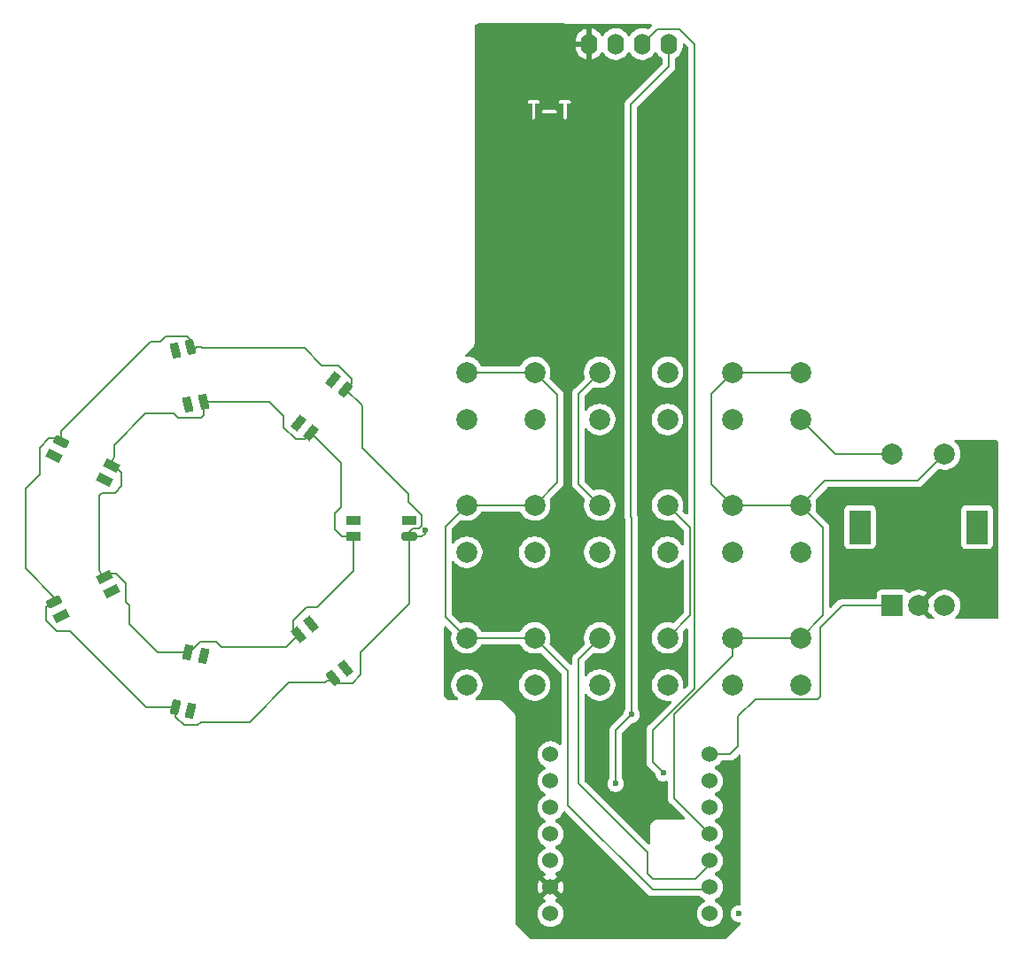
<source format=gbr>
%TF.GenerationSoftware,KiCad,Pcbnew,9.0.1*%
%TF.CreationDate,2025-06-15T22:50:49-06:00*%
%TF.ProjectId,AuraCTRL PCB,41757261-4354-4524-9c20-5043422e6b69,rev?*%
%TF.SameCoordinates,Original*%
%TF.FileFunction,Copper,L2,Bot*%
%TF.FilePolarity,Positive*%
%FSLAX46Y46*%
G04 Gerber Fmt 4.6, Leading zero omitted, Abs format (unit mm)*
G04 Created by KiCad (PCBNEW 9.0.1) date 2025-06-15 22:50:49*
%MOMM*%
%LPD*%
G01*
G04 APERTURE LIST*
G04 Aperture macros list*
%AMRoundRect*
0 Rectangle with rounded corners*
0 $1 Rounding radius*
0 $2 $3 $4 $5 $6 $7 $8 $9 X,Y pos of 4 corners*
0 Add a 4 corners polygon primitive as box body*
4,1,4,$2,$3,$4,$5,$6,$7,$8,$9,$2,$3,0*
0 Add four circle primitives for the rounded corners*
1,1,$1+$1,$2,$3*
1,1,$1+$1,$4,$5*
1,1,$1+$1,$6,$7*
1,1,$1+$1,$8,$9*
0 Add four rect primitives between the rounded corners*
20,1,$1+$1,$2,$3,$4,$5,0*
20,1,$1+$1,$4,$5,$6,$7,0*
20,1,$1+$1,$6,$7,$8,$9,0*
20,1,$1+$1,$8,$9,$2,$3,0*%
%AMRotRect*
0 Rectangle, with rotation*
0 The origin of the aperture is its center*
0 $1 length*
0 $2 width*
0 $3 Rotation angle, in degrees counterclockwise*
0 Add horizontal line*
21,1,$1,$2,0,0,$3*%
G04 Aperture macros list end*
%ADD10C,0.300000*%
%TA.AperFunction,SMDPad,CuDef*%
%ADD11RotRect,1.450000X0.820000X102.857000*%
%TD*%
%TA.AperFunction,SMDPad,CuDef*%
%ADD12RoundRect,0.205000X0.315570X-0.461347X0.084151X0.552579X-0.315570X0.461347X-0.084151X-0.552579X0*%
%TD*%
%TA.AperFunction,SMDPad,CuDef*%
%ADD13RotRect,1.450000X0.820000X154.285000*%
%TD*%
%TA.AperFunction,SMDPad,CuDef*%
%ADD14RoundRect,0.205000X0.557449X-0.040928X-0.379553X0.410323X-0.557449X0.040928X0.379553X-0.410323X0*%
%TD*%
%TA.AperFunction,SMDPad,CuDef*%
%ADD15RotRect,1.450000X0.820000X51.429000*%
%TD*%
%TA.AperFunction,SMDPad,CuDef*%
%ADD16RoundRect,0.205000X-0.163935X-0.534369X0.484488X0.278741X0.163935X0.534369X-0.484488X-0.278741X0*%
%TD*%
%TA.AperFunction,SMDPad,CuDef*%
%ADD17RotRect,1.450000X0.820000X308.572000*%
%TD*%
%TA.AperFunction,SMDPad,CuDef*%
%ADD18RoundRect,0.205000X-0.484493X0.278732X0.163945X-0.534366X0.484493X-0.278732X-0.163945X0.534366X0*%
%TD*%
%TA.AperFunction,SMDPad,CuDef*%
%ADD19RotRect,1.450000X0.820000X205.714000*%
%TD*%
%TA.AperFunction,SMDPad,CuDef*%
%ADD20RoundRect,0.205000X0.379560X0.410316X-0.557450X-0.040918X-0.379560X-0.410316X0.557450X0.040918X0*%
%TD*%
%TA.AperFunction,SMDPad,CuDef*%
%ADD21R,1.450000X0.820000*%
%TD*%
%TA.AperFunction,SMDPad,CuDef*%
%ADD22RoundRect,0.205000X-0.520000X-0.205000X0.520000X-0.205000X0.520000X0.205000X-0.520000X0.205000X0*%
%TD*%
%TA.AperFunction,SMDPad,CuDef*%
%ADD23RotRect,1.450000X0.820000X257.143000*%
%TD*%
%TA.AperFunction,SMDPad,CuDef*%
%ADD24RoundRect,0.205000X-0.084151X0.552579X-0.315570X-0.461347X0.084151X-0.552579X0.315570X0.461347X0*%
%TD*%
%TA.AperFunction,ComponentPad*%
%ADD25C,2.000000*%
%TD*%
%TA.AperFunction,ComponentPad*%
%ADD26O,1.600000X2.000000*%
%TD*%
%TA.AperFunction,ComponentPad*%
%ADD27R,2.000000X2.000000*%
%TD*%
%TA.AperFunction,ComponentPad*%
%ADD28R,2.000000X3.200000*%
%TD*%
%TA.AperFunction,ComponentPad*%
%ADD29C,1.524000*%
%TD*%
%TA.AperFunction,ViaPad*%
%ADD30C,0.600000*%
%TD*%
%TA.AperFunction,Conductor*%
%ADD31C,0.200000*%
%TD*%
G04 APERTURE END LIST*
D10*
G36*
X81253559Y-87998613D02*
G01*
X76768847Y-87998613D01*
X76768847Y-86155564D01*
X76935514Y-86155564D01*
X76935514Y-86214092D01*
X76957912Y-86268164D01*
X76999296Y-86309548D01*
X77053368Y-86331946D01*
X77082632Y-86334828D01*
X77361203Y-86334828D01*
X77361203Y-87684828D01*
X77364085Y-87714092D01*
X77386483Y-87768164D01*
X77427867Y-87809548D01*
X77481939Y-87831946D01*
X77540467Y-87831946D01*
X77594539Y-87809548D01*
X77635923Y-87768164D01*
X77658321Y-87714092D01*
X77661203Y-87684828D01*
X77661203Y-87084136D01*
X78292657Y-87084136D01*
X78292657Y-87142664D01*
X78315055Y-87196736D01*
X78356439Y-87238120D01*
X78410511Y-87260518D01*
X78439775Y-87263400D01*
X79582632Y-87263400D01*
X79611896Y-87260518D01*
X79665968Y-87238120D01*
X79707352Y-87196736D01*
X79729750Y-87142664D01*
X79729750Y-87084136D01*
X79707352Y-87030064D01*
X79665968Y-86988680D01*
X79611896Y-86966282D01*
X79582632Y-86963400D01*
X78439775Y-86963400D01*
X78410511Y-86966282D01*
X78356439Y-86988680D01*
X78315055Y-87030064D01*
X78292657Y-87084136D01*
X77661203Y-87084136D01*
X77661203Y-86334828D01*
X77939774Y-86334828D01*
X77969038Y-86331946D01*
X78023110Y-86309548D01*
X78064494Y-86268164D01*
X78086892Y-86214092D01*
X78086892Y-86155564D01*
X79935514Y-86155564D01*
X79935514Y-86214092D01*
X79957912Y-86268164D01*
X79999296Y-86309548D01*
X80053368Y-86331946D01*
X80082632Y-86334828D01*
X80361203Y-86334828D01*
X80361203Y-87684828D01*
X80364085Y-87714092D01*
X80386483Y-87768164D01*
X80427867Y-87809548D01*
X80481939Y-87831946D01*
X80540467Y-87831946D01*
X80594539Y-87809548D01*
X80635923Y-87768164D01*
X80658321Y-87714092D01*
X80661203Y-87684828D01*
X80661203Y-86334828D01*
X80939774Y-86334828D01*
X80969038Y-86331946D01*
X81023110Y-86309548D01*
X81064494Y-86268164D01*
X81086892Y-86214092D01*
X81086892Y-86155564D01*
X81064494Y-86101492D01*
X81023110Y-86060108D01*
X80969038Y-86037710D01*
X80939774Y-86034828D01*
X80082632Y-86034828D01*
X80053368Y-86037710D01*
X79999296Y-86060108D01*
X79957912Y-86101492D01*
X79935514Y-86155564D01*
X78086892Y-86155564D01*
X78064494Y-86101492D01*
X78023110Y-86060108D01*
X77969038Y-86037710D01*
X77939774Y-86034828D01*
X77082632Y-86034828D01*
X77053368Y-86037710D01*
X76999296Y-86060108D01*
X76957912Y-86101492D01*
X76935514Y-86155564D01*
X76768847Y-86155564D01*
X76768847Y-85868161D01*
X81253559Y-85868161D01*
X81253559Y-87998613D01*
G37*
D11*
%TO.P,D1,1,DOUT*%
%TO.N,Net-(D1-DOUT)*%
X44474358Y-115162513D03*
%TO.P,D1,2,VSS*%
%TO.N,Net-(D1-VSS)*%
X45936751Y-114828735D03*
D12*
%TO.P,D1,3,DIN*%
%TO.N,Net-(D1-DIN)*%
X44746278Y-109612867D03*
D11*
%TO.P,D1,4,VDD*%
%TO.N,Net-(D1-VDD)*%
X43283885Y-109946645D03*
%TD*%
D13*
%TO.P,D1,1,DOUT*%
%TO.N,Net-(D1-DOUT)*%
X36525935Y-122333645D03*
%TO.P,D1,2,VSS*%
%TO.N,Net-(D1-VSS)*%
X37176777Y-120982199D03*
D14*
%TO.P,D1,3,DIN*%
%TO.N,Net-(D1-DIN)*%
X32356623Y-118660861D03*
D13*
%TO.P,D1,4,VDD*%
%TO.N,Net-(D1-VDD)*%
X31705781Y-120012307D03*
%TD*%
D15*
%TO.P,D1,1,DOUT*%
%TO.N,Net-(D1-DOUT)*%
X55036723Y-116905740D03*
%TO.P,D1,2,VSS*%
%TO.N,Net-(D1-VSS)*%
X56209478Y-117840966D03*
D16*
%TO.P,D1,3,DIN*%
%TO.N,Net-(D1-DIN)*%
X59545117Y-113658142D03*
D15*
%TO.P,D1,4,VDD*%
%TO.N,Net-(D1-VDD)*%
X58372362Y-112722916D03*
%TD*%
D17*
%TO.P,D1,1,DOUT*%
%TO.N,Net-(D1-DOUT)*%
X56209481Y-136160172D03*
%TO.P,D1,2,VSS*%
%TO.N,Net-(D1-VSS)*%
X55036743Y-137095418D03*
D18*
%TO.P,D1,3,DIN*%
%TO.N,Net-(D1-DIN)*%
X58372455Y-141278182D03*
D17*
%TO.P,D1,4,VDD*%
%TO.N,Net-(D1-VDD)*%
X59545193Y-140342936D03*
%TD*%
D19*
%TO.P,D1,1,DOUT*%
%TO.N,Net-(D1-DOUT)*%
X37176813Y-133019058D03*
%TO.P,D1,2,VSS*%
%TO.N,Net-(D1-VSS)*%
X36525994Y-131667602D03*
D20*
%TO.P,D1,3,DIN*%
%TO.N,Net-(D1-DIN)*%
X31705799Y-133988856D03*
D19*
%TO.P,D1,4,VDD*%
%TO.N,Net-(D1-VDD)*%
X32356618Y-135340312D03*
%TD*%
D21*
%TO.P,D1,1,DOUT*%
%TO.N,Net-(D1-DOUT)*%
X60259324Y-126250574D03*
%TO.P,D1,2,VSS*%
%TO.N,Net-(D1-VSS)*%
X60259324Y-127750574D03*
D22*
%TO.P,D1,3,DIN*%
%TO.N,Net-(D1-DIN)*%
X65609324Y-127750574D03*
D21*
%TO.P,D1,4,VDD*%
%TO.N,Net-(D1-VDD)*%
X65609324Y-126250574D03*
%TD*%
D23*
%TO.P,D1,1,DOUT*%
%TO.N,Net-(D1-DOUT)*%
X45936810Y-139172434D03*
%TO.P,D1,2,VSS*%
%TO.N,Net-(D1-VSS)*%
X44474418Y-138838655D03*
D24*
%TO.P,D1,3,DIN*%
%TO.N,Net-(D1-DIN)*%
X43283944Y-144054524D03*
D23*
%TO.P,D1,4,VDD*%
%TO.N,Net-(D1-VDD)*%
X44746336Y-144388303D03*
%TD*%
D25*
%TO.P,Back1,2,2*%
%TO.N,Row1*%
X103020000Y-116550000D03*
X96520000Y-116550000D03*
%TO.P,Back1,1,1*%
%TO.N,Colum3*%
X103020000Y-112050000D03*
X96520000Y-112050000D03*
%TD*%
%TO.P,Confirm1,2,2*%
%TO.N,Row1*%
X77620000Y-116550000D03*
X71120000Y-116550000D03*
%TO.P,Confirm1,1,1*%
%TO.N,Colum1*%
X77620000Y-112050000D03*
X71120000Y-112050000D03*
%TD*%
%TO.P,D-Pad_Up1,2,2*%
%TO.N,Row1*%
X90320000Y-116550000D03*
X83820000Y-116550000D03*
%TO.P,D-Pad_Up1,1,1*%
%TO.N,Colum2*%
X90320000Y-112050000D03*
X83820000Y-112050000D03*
%TD*%
%TO.P,SW7,2,2*%
%TO.N,Row2*%
X103020000Y-129250000D03*
X96520000Y-129250000D03*
%TO.P,SW7,1,1*%
%TO.N,Colum3*%
X103020000Y-124750000D03*
X96520000Y-124750000D03*
%TD*%
%TO.P,Enter1,2,2*%
%TO.N,Row2*%
X90320000Y-129250000D03*
X83820000Y-129250000D03*
%TO.P,Enter1,1,1*%
%TO.N,Colum2*%
X90320000Y-124750000D03*
X83820000Y-124750000D03*
%TD*%
%TO.P,D-Pad_Right1,2,2*%
%TO.N,Row2*%
X77620000Y-129250000D03*
X71120000Y-129250000D03*
%TO.P,D-Pad_Right1,1,1*%
%TO.N,Colum1*%
X77620000Y-124750000D03*
X71120000Y-124750000D03*
%TD*%
%TO.P,SW8,2,2*%
%TO.N,Row3*%
X103020000Y-141950000D03*
X96520000Y-141950000D03*
%TO.P,SW8,1,1*%
%TO.N,Colum3*%
X103020000Y-137450000D03*
X96520000Y-137450000D03*
%TD*%
%TO.P,SW5,2,2*%
%TO.N,Row3*%
X77620000Y-141950000D03*
X71120000Y-141950000D03*
%TO.P,SW5,1,1*%
%TO.N,Colum1*%
X77620000Y-137450000D03*
X71120000Y-137450000D03*
%TD*%
%TO.P,SW6,2,2*%
%TO.N,Row3*%
X90320000Y-141950000D03*
X83820000Y-141950000D03*
%TO.P,SW6,1,1*%
%TO.N,Colum2*%
X90320000Y-137450000D03*
X83820000Y-137450000D03*
%TD*%
D26*
%TO.P,J1,1,Pin_1*%
%TO.N,GND*%
X82820238Y-80645000D03*
%TO.P,J1,2,Pin_2*%
%TO.N,3v3*%
X85360238Y-80645000D03*
%TO.P,J1,3,Pin_3*%
%TO.N,SCL*%
X87900238Y-80645000D03*
%TO.P,J1,4,Pin_4*%
%TO.N,SDA*%
X90440238Y-80645000D03*
%TD*%
D27*
%TO.P,SW1,A,A*%
%TO.N,EC-A*%
X111800000Y-134350000D03*
D25*
%TO.P,SW1,B,B*%
%TO.N,EC-B*%
X116800000Y-134350000D03*
%TO.P,SW1,C,C*%
%TO.N,GND*%
X114300000Y-134350000D03*
D28*
%TO.P,SW1,MP*%
%TO.N,N/C*%
X108700000Y-126850000D03*
X119900000Y-126850000D03*
D25*
%TO.P,SW1,S1,S1*%
%TO.N,Colum3*%
X116800000Y-119850000D03*
%TO.P,SW1,S2,S2*%
%TO.N,Row1*%
X111800000Y-119850000D03*
%TD*%
D29*
%TO.P,U1,1,GPIO2/A0/D0*%
%TO.N,Net-(D1-DIN)*%
X94360238Y-163830000D03*
%TO.P,U1,2,GPIO3/A1/D1*%
%TO.N,Colum1*%
X94360238Y-161290000D03*
%TO.P,U1,3,GPIO4/A2/D2*%
%TO.N,Colum2*%
X94360238Y-158750000D03*
%TO.P,U1,4,GPIO5/A3/D3*%
%TO.N,Colum3*%
X94360238Y-156210000D03*
%TO.P,U1,5,GPIO6/D4/SDA*%
%TO.N,SDA*%
X94360238Y-153670000D03*
%TO.P,U1,6,GPIO7/D5/SCL*%
%TO.N,SCL*%
X94360238Y-151130000D03*
%TO.P,U1,7,GPIO21/D6/TX*%
%TO.N,EC-A*%
X94360238Y-148590000D03*
%TO.P,U1,8,GPIO20/D7/RX*%
%TO.N,EC-B*%
X79120238Y-148590000D03*
%TO.P,U1,9,GPIO8/D8/SCK*%
%TO.N,Row3*%
X79120238Y-151130000D03*
%TO.P,U1,10,GPIO9/D9/MISO*%
%TO.N,Row2*%
X79120238Y-153670000D03*
%TO.P,U1,11,GPIO10/D10/MOSI*%
%TO.N,Row1*%
X79120238Y-156210000D03*
%TO.P,U1,12,VCC_3V3*%
%TO.N,3v3*%
X79120238Y-158750000D03*
%TO.P,U1,13,GND*%
%TO.N,GND*%
X79120238Y-161290000D03*
%TO.P,U1,14,VBUS*%
%TO.N,5V+*%
X79120238Y-163830000D03*
%TD*%
D30*
%TO.N,Net-(D1-DIN)*%
X97155000Y-163830000D03*
%TO.N,Net-(D1-VDD)*%
X31705781Y-120012307D03*
%TO.N,Net-(D1-DOUT)*%
X37176813Y-133019058D03*
X36525935Y-122333645D03*
X55036723Y-116905740D03*
X56209481Y-136160172D03*
%TO.N,Net-(D1-DIN)*%
X67146511Y-127169375D03*
%TO.N,Net-(D1-DOUT)*%
X60259324Y-126250574D03*
X44474358Y-115162513D03*
%TO.N,Net-(D1-VDD)*%
X32356618Y-135340312D03*
X58372362Y-112722916D03*
X65609324Y-126250574D03*
X44746336Y-144388303D03*
X43283885Y-109946645D03*
%TO.N,Net-(D1-DOUT)*%
X45936810Y-139172434D03*
%TO.N,Net-(D1-VDD)*%
X59545193Y-140342936D03*
%TO.N,SCL*%
X89916000Y-150368000D03*
%TO.N,SDA*%
X85344000Y-151384000D03*
X86868000Y-144780000D03*
%TD*%
D31*
%TO.N,Net-(D1-VSS)*%
X36525994Y-131667602D02*
X36178205Y-131319813D01*
%TO.N,Net-(D1-DIN)*%
X30894634Y-135763574D02*
X30894634Y-134493574D01*
%TO.N,Net-(D1-VSS)*%
X53829349Y-138302812D02*
X55036743Y-137095418D01*
%TO.N,Net-(D1-DIN)*%
X59545117Y-113658142D02*
X61120634Y-115233659D01*
X57241341Y-111379574D02*
X58834634Y-111379574D01*
%TO.N,Net-(D1-VSS)*%
X37199168Y-120595288D02*
X37388635Y-120080539D01*
%TO.N,Net-(D1-DIN)*%
X40927634Y-109093574D02*
X41816634Y-109093574D01*
%TO.N,Net-(D1-VSS)*%
X38514634Y-132207574D02*
X37625634Y-131318574D01*
X44474418Y-138838655D02*
X44632125Y-138838655D01*
%TO.N,Net-(D1-DIN)*%
X60993634Y-138794574D02*
X60993634Y-140970574D01*
X45127985Y-109677418D02*
X45400383Y-109642049D01*
X45585128Y-109618061D02*
X45672290Y-109606743D01*
X44746278Y-108975218D02*
X44746278Y-109612867D01*
%TO.N,Net-(D1-VSS)*%
X44632125Y-138838655D02*
X45675968Y-137794812D01*
X59088634Y-124968574D02*
X59088634Y-120720122D01*
%TO.N,Net-(D1-DIN)*%
X58888351Y-141794078D02*
X58372455Y-141278182D01*
X60993634Y-140970574D02*
X60170130Y-141794078D01*
X32356623Y-117664585D02*
X40927634Y-109093574D01*
X54135634Y-141731812D02*
X57383180Y-141731812D01*
X65609324Y-127750574D02*
X65609324Y-134178884D01*
X31705799Y-133988856D02*
X31705799Y-133587823D01*
X66581634Y-127000574D02*
X65957634Y-127000574D01*
%TO.N,Net-(D1-VSS)*%
X35974634Y-123825574D02*
X36228634Y-123571574D01*
%TO.N,Net-(D1-DIN)*%
X58123259Y-141527378D02*
X58372455Y-141278182D01*
%TO.N,Net-(D1-VSS)*%
X45715595Y-116399574D02*
X45936751Y-116178418D01*
%TO.N,Net-(D1-DIN)*%
X66835634Y-125739884D02*
X66835634Y-126746574D01*
X30284634Y-119228574D02*
X31148634Y-118364574D01*
X57540821Y-141685500D02*
X57783236Y-141527378D01*
X57440762Y-141674230D02*
X57540821Y-141685500D01*
%TO.N,Net-(D1-VSS)*%
X53627634Y-116205574D02*
X53627634Y-117348574D01*
X56802634Y-134493574D02*
X60259324Y-131036884D01*
X38133634Y-122936574D02*
X38133634Y-121666574D01*
X37388635Y-120080539D02*
X37388635Y-118982573D01*
%TO.N,Net-(D1-DIN)*%
X66835634Y-126746574D02*
X66581634Y-127000574D01*
%TO.N,Net-(D1-VSS)*%
X60259324Y-131036884D02*
X60259324Y-127750574D01*
X55786634Y-134493574D02*
X56802634Y-134493574D01*
X54516634Y-136575309D02*
X54516634Y-135763574D01*
X36990634Y-131318574D02*
X36863634Y-131445574D01*
%TO.N,Net-(D1-DIN)*%
X45400383Y-109642049D02*
X45563906Y-109604726D01*
%TO.N,Net-(D1-VSS)*%
X37449259Y-120982199D02*
X37176777Y-120982199D01*
X45675968Y-137794812D02*
X47150634Y-137794812D01*
%TO.N,Net-(D1-DIN)*%
X60104634Y-112649574D02*
X60104634Y-113098625D01*
%TO.N,Net-(D1-VSS)*%
X36178205Y-131319813D02*
X35974634Y-130956968D01*
X38895634Y-134366574D02*
X38514634Y-133985574D01*
X38133634Y-121666574D02*
X37449259Y-120982199D01*
X37176777Y-120982199D02*
X37176777Y-120605631D01*
%TO.N,Net-(D1-DIN)*%
X67146511Y-127451697D02*
X67146511Y-127169375D01*
%TO.N,Net-(D1-VSS)*%
X58546634Y-127093574D02*
X58546634Y-125510574D01*
X36228634Y-123571574D02*
X37498634Y-123571574D01*
%TO.N,Net-(D1-DIN)*%
X32060336Y-118364574D02*
X32356623Y-118660861D01*
X60170130Y-141794078D02*
X58888351Y-141794078D01*
X65609324Y-127348884D02*
X65609324Y-127750574D01*
X33180634Y-136779574D02*
X31910634Y-136779574D01*
X44861985Y-109728574D02*
X45021286Y-109728574D01*
X57383180Y-141731812D02*
X57440762Y-141674230D01*
X43283944Y-144054524D02*
X43283944Y-144977884D01*
%TO.N,Net-(D1-VSS)*%
X44474418Y-138838655D02*
X41589715Y-138838655D01*
X47658634Y-138302812D02*
X53829349Y-138302812D01*
%TO.N,Net-(D1-DIN)*%
X45672290Y-109606743D02*
X45866200Y-109728574D01*
%TO.N,Net-(D1-VSS)*%
X43106556Y-115951574D02*
X43554556Y-116399574D01*
X53627634Y-117348574D02*
X54741908Y-118462848D01*
%TO.N,Net-(D1-DIN)*%
X58834634Y-111379574D02*
X60104634Y-112649574D01*
X45681850Y-145487358D02*
X50380088Y-145487358D01*
%TO.N,Net-(D1-VSS)*%
X60259324Y-127750574D02*
X59203634Y-127750574D01*
%TO.N,Net-(D1-DIN)*%
X45021286Y-109728574D02*
X45102940Y-109709937D01*
%TO.N,Net-(D1-VSS)*%
X59203634Y-127750574D02*
X58546634Y-127093574D01*
X54516634Y-135763574D02*
X55786634Y-134493574D01*
X41589715Y-138838655D02*
X38895634Y-136144574D01*
%TO.N,Net-(D1-DIN)*%
X31705799Y-133587823D02*
X28934634Y-130816658D01*
%TO.N,Net-(D1-VSS)*%
X45936751Y-114828735D02*
X52250795Y-114828735D01*
%TO.N,Net-(D1-DIN)*%
X65565634Y-123698574D02*
X65565634Y-124469884D01*
%TO.N,Net-(D1-VSS)*%
X59088634Y-120720122D02*
X56209478Y-117840966D01*
%TO.N,Net-(D1-DIN)*%
X43283944Y-144054524D02*
X40455584Y-144054524D01*
X45372634Y-145796574D02*
X45681850Y-145487358D01*
%TO.N,Net-(D1-VSS)*%
X43554556Y-116399574D02*
X45715595Y-116399574D01*
%TO.N,Net-(D1-DIN)*%
X28934634Y-130816658D02*
X28934634Y-123153574D01*
X42324634Y-108585574D02*
X44356634Y-108585574D01*
X45102940Y-109709937D02*
X45127985Y-109677418D01*
X45563906Y-109604726D02*
X45585128Y-109618061D01*
X40455584Y-144054524D02*
X33180634Y-136779574D01*
%TO.N,Net-(D1-VSS)*%
X58546634Y-125510574D02*
X59088634Y-124968574D01*
%TO.N,Net-(D1-DIN)*%
X65609324Y-134178884D02*
X60993634Y-138794574D01*
%TO.N,Net-(D1-VSS)*%
X55587596Y-118462848D02*
X56209478Y-117840966D01*
X37176777Y-120605631D02*
X37199168Y-120595288D01*
%TO.N,Net-(D1-DIN)*%
X65957634Y-127000574D02*
X65609324Y-127348884D01*
%TO.N,Net-(D1-VSS)*%
X35974634Y-130956968D02*
X35974634Y-123825574D01*
%TO.N,Net-(D1-DIN)*%
X28934634Y-123153574D02*
X30284634Y-121803574D01*
X57783236Y-141527378D02*
X58123259Y-141527378D01*
X31148634Y-118364574D02*
X32060336Y-118364574D01*
X65565634Y-124469884D02*
X66835634Y-125739884D01*
%TO.N,Net-(D1-VSS)*%
X37388635Y-118982573D02*
X40419634Y-115951574D01*
%TO.N,Net-(D1-DIN)*%
X44356634Y-108585574D02*
X44746278Y-108975218D01*
X44102634Y-145796574D02*
X45372634Y-145796574D01*
X66847634Y-127750574D02*
X67146511Y-127451697D01*
%TO.N,Net-(D1-VSS)*%
X38895634Y-136144574D02*
X38895634Y-134366574D01*
%TO.N,Net-(D1-DIN)*%
X31399352Y-133988856D02*
X31705799Y-133988856D01*
X60104634Y-113098625D02*
X59545117Y-113658142D01*
X44746278Y-109612867D02*
X44861985Y-109728574D01*
X61120634Y-115233659D02*
X61120634Y-119253574D01*
X65609324Y-127750574D02*
X66847634Y-127750574D01*
%TO.N,Net-(D1-VSS)*%
X36863634Y-131445574D02*
X36748022Y-131445574D01*
X55036743Y-137095418D02*
X54516634Y-136575309D01*
X40419634Y-115951574D02*
X43106556Y-115951574D01*
X45936751Y-116178418D02*
X45936751Y-114828735D01*
X36748022Y-131445574D02*
X36525994Y-131667602D01*
X37625634Y-131318574D02*
X36990634Y-131318574D01*
X52250795Y-114828735D02*
X53627634Y-116205574D01*
X47150634Y-137794812D02*
X47658634Y-138302812D01*
X38514634Y-133985574D02*
X38514634Y-132207574D01*
%TO.N,Net-(D1-DIN)*%
X55590341Y-109728574D02*
X57241341Y-111379574D01*
%TO.N,Net-(D1-VSS)*%
X37498634Y-123571574D02*
X38133634Y-122936574D01*
X54741908Y-118462848D02*
X55587596Y-118462848D01*
%TO.N,Net-(D1-DIN)*%
X32356623Y-118660861D02*
X32356623Y-117664585D01*
X50380088Y-145487358D02*
X54135634Y-141731812D01*
X41816634Y-109093574D02*
X42324634Y-108585574D01*
X30284634Y-121803574D02*
X30284634Y-119228574D01*
X45866200Y-109728574D02*
X55590341Y-109728574D01*
X43283944Y-144977884D02*
X44102634Y-145796574D01*
X31910634Y-136779574D02*
X30894634Y-135763574D01*
X61120634Y-119253574D02*
X65565634Y-123698574D01*
X30894634Y-134493574D02*
X31399352Y-133988856D01*
%TO.N,Row1*%
X103020000Y-116550000D02*
X106320000Y-119850000D01*
X106320000Y-119850000D02*
X111800000Y-119850000D01*
%TO.N,Colum3*%
X96520000Y-112050000D02*
X94488000Y-114082000D01*
X90932000Y-144780000D02*
X90932000Y-152781762D01*
X116800000Y-119850000D02*
X114222000Y-122428000D01*
X105342000Y-122428000D02*
X103020000Y-124750000D01*
X96520000Y-137450000D02*
X96520000Y-139192000D01*
X96520000Y-139192000D02*
X90932000Y-144780000D01*
X103020000Y-112050000D02*
X96520000Y-112050000D01*
X94488000Y-114082000D02*
X94488000Y-122718000D01*
X103020000Y-124750000D02*
X105156000Y-126886000D01*
X90932000Y-152781762D02*
X94360238Y-156210000D01*
X94488000Y-122718000D02*
X96520000Y-124750000D01*
X103020000Y-137450000D02*
X96520000Y-137450000D01*
X105156000Y-135314000D02*
X103020000Y-137450000D01*
X105156000Y-126886000D02*
X105156000Y-135314000D01*
X96520000Y-124750000D02*
X103020000Y-124750000D01*
X114222000Y-122428000D02*
X105342000Y-122428000D01*
%TO.N,Colum1*%
X94106238Y-161544000D02*
X94360238Y-161290000D01*
X80772000Y-140602000D02*
X80772000Y-153445550D01*
X77620000Y-112050000D02*
X71120000Y-112050000D01*
X88870450Y-161544000D02*
X94106238Y-161544000D01*
X80772000Y-153445550D02*
X88870450Y-161544000D01*
X77620000Y-112050000D02*
X79756000Y-114186000D01*
X77620000Y-124750000D02*
X71120000Y-124750000D01*
X71120000Y-124750000D02*
X69088000Y-126782000D01*
X69088000Y-135418000D02*
X71120000Y-137450000D01*
X79756000Y-114186000D02*
X79756000Y-122614000D01*
X79756000Y-122614000D02*
X77620000Y-124750000D01*
X71120000Y-137450000D02*
X77620000Y-137450000D01*
X77620000Y-137450000D02*
X80772000Y-140602000D01*
X69088000Y-126782000D02*
X69088000Y-135418000D01*
%TO.N,Colum2*%
X83820000Y-112050000D02*
X81788000Y-114082000D01*
X92456000Y-126886000D02*
X92456000Y-135314000D01*
X83820000Y-137450000D02*
X81788000Y-139482000D01*
X88392000Y-157988000D02*
X88392000Y-160020000D01*
X81788000Y-114082000D02*
X81788000Y-122718000D01*
X88900000Y-160528000D02*
X92964000Y-160528000D01*
X94360238Y-159131762D02*
X94360238Y-158750000D01*
X81788000Y-139482000D02*
X81788000Y-151384000D01*
X81788000Y-151384000D02*
X88392000Y-157988000D01*
X92964000Y-160528000D02*
X94360238Y-159131762D01*
X81788000Y-122718000D02*
X83820000Y-124750000D01*
X88392000Y-160020000D02*
X88900000Y-160528000D01*
X92456000Y-135314000D02*
X90320000Y-137450000D01*
X90320000Y-124750000D02*
X92456000Y-126886000D01*
%TO.N,EC-A*%
X96266000Y-148590000D02*
X94360238Y-148590000D01*
X104921529Y-136417529D02*
X104921529Y-143021529D01*
X104653058Y-143290000D02*
X98684058Y-143290000D01*
X106989058Y-134350000D02*
X104921529Y-136417529D01*
X111800000Y-134350000D02*
X106989058Y-134350000D01*
X97028000Y-147828000D02*
X96266000Y-148590000D01*
X98684058Y-143290000D02*
X97028000Y-144946058D01*
X97028000Y-144946058D02*
X97028000Y-147828000D01*
X104921529Y-143021529D02*
X104653058Y-143290000D01*
%TO.N,SCL*%
X89297398Y-79247840D02*
X91439840Y-79247840D01*
X92857000Y-142287900D02*
X88900000Y-146244900D01*
X88900000Y-146244900D02*
X88900000Y-149352000D01*
X87900238Y-80645000D02*
X89297398Y-79247840D01*
X91439840Y-79247840D02*
X92857000Y-80665000D01*
X92857000Y-80665000D02*
X92857000Y-142287900D01*
X88900000Y-149352000D02*
X89916000Y-150368000D01*
%TO.N,SDA*%
X86799238Y-86428762D02*
X90440238Y-82787762D01*
X85344000Y-151384000D02*
X85344000Y-146304000D01*
X86868000Y-125984000D02*
X86799238Y-125915238D01*
X86799238Y-125915238D02*
X86799238Y-86428762D01*
X86868000Y-144780000D02*
X86868000Y-125984000D01*
X90440238Y-82787762D02*
X90440238Y-80645000D01*
X85344000Y-146304000D02*
X86868000Y-144780000D01*
%TD*%
%TA.AperFunction,Conductor*%
%TO.N,GND*%
G36*
X69158703Y-136338384D02*
G01*
X69165181Y-136344416D01*
X69667200Y-136846435D01*
X69700685Y-136907758D01*
X69697450Y-136972433D01*
X69656447Y-137098628D01*
X69619500Y-137331902D01*
X69619500Y-137568097D01*
X69656446Y-137801368D01*
X69729433Y-138025996D01*
X69788412Y-138141747D01*
X69836657Y-138236433D01*
X69975483Y-138427510D01*
X70142490Y-138594517D01*
X70333567Y-138733343D01*
X70431672Y-138783330D01*
X70544003Y-138840566D01*
X70544005Y-138840566D01*
X70544008Y-138840568D01*
X70664412Y-138879689D01*
X70768631Y-138913553D01*
X71001903Y-138950500D01*
X71001908Y-138950500D01*
X71238097Y-138950500D01*
X71471368Y-138913553D01*
X71695992Y-138840568D01*
X71906433Y-138733343D01*
X72097510Y-138594517D01*
X72264517Y-138427510D01*
X72403343Y-138236433D01*
X72463583Y-138118204D01*
X72511558Y-138067409D01*
X72574068Y-138050500D01*
X76165932Y-138050500D01*
X76232971Y-138070185D01*
X76276416Y-138118203D01*
X76336657Y-138236433D01*
X76475483Y-138427510D01*
X76642490Y-138594517D01*
X76833567Y-138733343D01*
X76931672Y-138783330D01*
X77044003Y-138840566D01*
X77044005Y-138840566D01*
X77044008Y-138840568D01*
X77164412Y-138879689D01*
X77268631Y-138913553D01*
X77501903Y-138950500D01*
X77501908Y-138950500D01*
X77738097Y-138950500D01*
X77844126Y-138933705D01*
X77971368Y-138913553D01*
X78097566Y-138872547D01*
X78167404Y-138870553D01*
X78223563Y-138902798D01*
X80135181Y-140814416D01*
X80168666Y-140875739D01*
X80171500Y-140902097D01*
X80171500Y-147556455D01*
X80151815Y-147623494D01*
X80099011Y-147669249D01*
X80029853Y-147679193D01*
X79966297Y-147650168D01*
X79959819Y-147644136D01*
X79942704Y-147627021D01*
X79942702Y-147627019D01*
X79781932Y-147510213D01*
X79604870Y-147419994D01*
X79604867Y-147419993D01*
X79415875Y-147358587D01*
X79317736Y-147343043D01*
X79219599Y-147327500D01*
X79020877Y-147327500D01*
X78955452Y-147337862D01*
X78824600Y-147358587D01*
X78635608Y-147419993D01*
X78635605Y-147419994D01*
X78458543Y-147510213D01*
X78297771Y-147627021D01*
X78157259Y-147767533D01*
X78040451Y-147928305D01*
X77950232Y-148105367D01*
X77950231Y-148105370D01*
X77888825Y-148294362D01*
X77857738Y-148490639D01*
X77857738Y-148689360D01*
X77888825Y-148885637D01*
X77950231Y-149074629D01*
X77950232Y-149074632D01*
X78009271Y-149190500D01*
X78040451Y-149251694D01*
X78157257Y-149412464D01*
X78297774Y-149552981D01*
X78458544Y-149669787D01*
X78558497Y-149720716D01*
X78615018Y-149749515D01*
X78665814Y-149797490D01*
X78682609Y-149865311D01*
X78660071Y-149931446D01*
X78615018Y-149970485D01*
X78458543Y-150050213D01*
X78297771Y-150167021D01*
X78157259Y-150307533D01*
X78040451Y-150468305D01*
X77950232Y-150645367D01*
X77950231Y-150645370D01*
X77888825Y-150834362D01*
X77857738Y-151030639D01*
X77857738Y-151229360D01*
X77888825Y-151425637D01*
X77950231Y-151614629D01*
X77950232Y-151614632D01*
X78025918Y-151763172D01*
X78040451Y-151791694D01*
X78157257Y-151952464D01*
X78297774Y-152092981D01*
X78458544Y-152209787D01*
X78577070Y-152270179D01*
X78615018Y-152289515D01*
X78665814Y-152337490D01*
X78682609Y-152405311D01*
X78660071Y-152471446D01*
X78615018Y-152510485D01*
X78458543Y-152590213D01*
X78297771Y-152707021D01*
X78157259Y-152847533D01*
X78040451Y-153008305D01*
X77950232Y-153185367D01*
X77950231Y-153185370D01*
X77888825Y-153374362D01*
X77888825Y-153374364D01*
X77857738Y-153570639D01*
X77857738Y-153769361D01*
X77870909Y-153852522D01*
X77888825Y-153965637D01*
X77950231Y-154154629D01*
X77950232Y-154154632D01*
X78040451Y-154331694D01*
X78157257Y-154492464D01*
X78297774Y-154632981D01*
X78458544Y-154749787D01*
X78561948Y-154802474D01*
X78615018Y-154829515D01*
X78665814Y-154877490D01*
X78682609Y-154945311D01*
X78660071Y-155011446D01*
X78615018Y-155050485D01*
X78458543Y-155130213D01*
X78297771Y-155247021D01*
X78157259Y-155387533D01*
X78040451Y-155548305D01*
X77950232Y-155725367D01*
X77950231Y-155725370D01*
X77888825Y-155914362D01*
X77857738Y-156110639D01*
X77857738Y-156309360D01*
X77888825Y-156505637D01*
X77950231Y-156694629D01*
X77950232Y-156694632D01*
X78040451Y-156871694D01*
X78157257Y-157032464D01*
X78297774Y-157172981D01*
X78458544Y-157289787D01*
X78577070Y-157350179D01*
X78615018Y-157369515D01*
X78665814Y-157417490D01*
X78682609Y-157485311D01*
X78660071Y-157551446D01*
X78615018Y-157590485D01*
X78458543Y-157670213D01*
X78297771Y-157787021D01*
X78157259Y-157927533D01*
X78040451Y-158088305D01*
X77950232Y-158265367D01*
X77950231Y-158265370D01*
X77888825Y-158454362D01*
X77857738Y-158650639D01*
X77857738Y-158849360D01*
X77888825Y-159045637D01*
X77950231Y-159234629D01*
X77950232Y-159234632D01*
X78023783Y-159378981D01*
X78040451Y-159411694D01*
X78157257Y-159572464D01*
X78297774Y-159712981D01*
X78458544Y-159829787D01*
X78615570Y-159909796D01*
X78666365Y-159957769D01*
X78683160Y-160025590D01*
X78660623Y-160091725D01*
X78615570Y-160130764D01*
X78458804Y-160210641D01*
X78421521Y-160237729D01*
X78421520Y-160237730D01*
X79036144Y-160852352D01*
X78948667Y-160875792D01*
X78847308Y-160934311D01*
X78764549Y-161017070D01*
X78706030Y-161118429D01*
X78682590Y-161205905D01*
X78067968Y-160591282D01*
X78067967Y-160591283D01*
X78040881Y-160628564D01*
X77950695Y-160805562D01*
X77889313Y-160994476D01*
X77889313Y-160994479D01*
X77858238Y-161190678D01*
X77858238Y-161389321D01*
X77889313Y-161585520D01*
X77889313Y-161585523D01*
X77950695Y-161774437D01*
X78040879Y-161951432D01*
X78067968Y-161988715D01*
X78067969Y-161988716D01*
X78682590Y-161374094D01*
X78706030Y-161461571D01*
X78764549Y-161562930D01*
X78847308Y-161645689D01*
X78948667Y-161704208D01*
X79036143Y-161727647D01*
X78421521Y-162342268D01*
X78421521Y-162342269D01*
X78458805Y-162369358D01*
X78615569Y-162449234D01*
X78666365Y-162497209D01*
X78683160Y-162565030D01*
X78660622Y-162631165D01*
X78615569Y-162670204D01*
X78458543Y-162750213D01*
X78297771Y-162867021D01*
X78157259Y-163007533D01*
X78040451Y-163168305D01*
X77950232Y-163345367D01*
X77950231Y-163345370D01*
X77888825Y-163534362D01*
X77857738Y-163730639D01*
X77857738Y-163929360D01*
X77888825Y-164125637D01*
X77950231Y-164314629D01*
X77950232Y-164314632D01*
X77963307Y-164340292D01*
X78040451Y-164491694D01*
X78157257Y-164652464D01*
X78297774Y-164792981D01*
X78458544Y-164909787D01*
X78545387Y-164954035D01*
X78635605Y-165000005D01*
X78635608Y-165000006D01*
X78730104Y-165030709D01*
X78824602Y-165061413D01*
X79020877Y-165092500D01*
X79020878Y-165092500D01*
X79219598Y-165092500D01*
X79219599Y-165092500D01*
X79415874Y-165061413D01*
X79604870Y-165000005D01*
X79781932Y-164909787D01*
X79942702Y-164792981D01*
X80083219Y-164652464D01*
X80200025Y-164491694D01*
X80290243Y-164314632D01*
X80351651Y-164125636D01*
X80382738Y-163929361D01*
X80382738Y-163730639D01*
X80351651Y-163534364D01*
X80290243Y-163345368D01*
X80290243Y-163345367D01*
X80244273Y-163255149D01*
X80200025Y-163168306D01*
X80083219Y-163007536D01*
X79942702Y-162867019D01*
X79781932Y-162750213D01*
X79624905Y-162670203D01*
X79574110Y-162622229D01*
X79557315Y-162554408D01*
X79579852Y-162488273D01*
X79624907Y-162449234D01*
X79781660Y-162369364D01*
X79818954Y-162342268D01*
X79204333Y-161727647D01*
X79291809Y-161704208D01*
X79393168Y-161645689D01*
X79475927Y-161562930D01*
X79534446Y-161461571D01*
X79557885Y-161374094D01*
X80172506Y-161988715D01*
X80199600Y-161951425D01*
X80289780Y-161774437D01*
X80351162Y-161585523D01*
X80351162Y-161585520D01*
X80382238Y-161389321D01*
X80382238Y-161190678D01*
X80351162Y-160994479D01*
X80351162Y-160994476D01*
X80289780Y-160805562D01*
X80199596Y-160628567D01*
X80172506Y-160591283D01*
X79557885Y-161205904D01*
X79534446Y-161118429D01*
X79475927Y-161017070D01*
X79393168Y-160934311D01*
X79291809Y-160875792D01*
X79204332Y-160852352D01*
X79818954Y-160237731D01*
X79818953Y-160237730D01*
X79781670Y-160210641D01*
X79624906Y-160130765D01*
X79574110Y-160082790D01*
X79557315Y-160014969D01*
X79579853Y-159948834D01*
X79624905Y-159909796D01*
X79781932Y-159829787D01*
X79942702Y-159712981D01*
X80083219Y-159572464D01*
X80200025Y-159411694D01*
X80290243Y-159234632D01*
X80351651Y-159045636D01*
X80382738Y-158849361D01*
X80382738Y-158650639D01*
X80351651Y-158454364D01*
X80290243Y-158265368D01*
X80290243Y-158265367D01*
X80200024Y-158088305D01*
X80083219Y-157927536D01*
X79942702Y-157787019D01*
X79781932Y-157670213D01*
X79625456Y-157590484D01*
X79574661Y-157542510D01*
X79557866Y-157474689D01*
X79580403Y-157408554D01*
X79625456Y-157369515D01*
X79781932Y-157289787D01*
X79942702Y-157172981D01*
X80083219Y-157032464D01*
X80200025Y-156871694D01*
X80290243Y-156694632D01*
X80351651Y-156505636D01*
X80382738Y-156309361D01*
X80382738Y-156110639D01*
X80351651Y-155914364D01*
X80290243Y-155725368D01*
X80290243Y-155725367D01*
X80200024Y-155548305D01*
X80171546Y-155509108D01*
X80083219Y-155387536D01*
X79942702Y-155247019D01*
X79781932Y-155130213D01*
X79625456Y-155050484D01*
X79574661Y-155002510D01*
X79557866Y-154934689D01*
X79580403Y-154868554D01*
X79625456Y-154829515D01*
X79781932Y-154749787D01*
X79942702Y-154632981D01*
X80083219Y-154492464D01*
X80200025Y-154331694D01*
X80290243Y-154154632D01*
X80311487Y-154089246D01*
X80350923Y-154031573D01*
X80415281Y-154004373D01*
X80484128Y-154016287D01*
X80517099Y-154039884D01*
X88385589Y-161908374D01*
X88385599Y-161908385D01*
X88389929Y-161912715D01*
X88389930Y-161912716D01*
X88501734Y-162024520D01*
X88588545Y-162074639D01*
X88588547Y-162074641D01*
X88626601Y-162096611D01*
X88638665Y-162103577D01*
X88791393Y-162144501D01*
X88791396Y-162144501D01*
X88957103Y-162144501D01*
X88957119Y-162144500D01*
X93377931Y-162144500D01*
X93444970Y-162164185D01*
X93465612Y-162180819D01*
X93537774Y-162252981D01*
X93698544Y-162369787D01*
X93817070Y-162430179D01*
X93855018Y-162449515D01*
X93905814Y-162497490D01*
X93922609Y-162565311D01*
X93900071Y-162631446D01*
X93855018Y-162670485D01*
X93698543Y-162750213D01*
X93537771Y-162867021D01*
X93397259Y-163007533D01*
X93280451Y-163168305D01*
X93190232Y-163345367D01*
X93190231Y-163345370D01*
X93128825Y-163534362D01*
X93097738Y-163730639D01*
X93097738Y-163929360D01*
X93128825Y-164125637D01*
X93190231Y-164314629D01*
X93190232Y-164314632D01*
X93203307Y-164340292D01*
X93280451Y-164491694D01*
X93397257Y-164652464D01*
X93537774Y-164792981D01*
X93698544Y-164909787D01*
X93785387Y-164954035D01*
X93875605Y-165000005D01*
X93875608Y-165000006D01*
X93970104Y-165030709D01*
X94064602Y-165061413D01*
X94260877Y-165092500D01*
X94260878Y-165092500D01*
X94459598Y-165092500D01*
X94459599Y-165092500D01*
X94655874Y-165061413D01*
X94844870Y-165000005D01*
X95021932Y-164909787D01*
X95182702Y-164792981D01*
X95323219Y-164652464D01*
X95440025Y-164491694D01*
X95530243Y-164314632D01*
X95591651Y-164125636D01*
X95622738Y-163929361D01*
X95622738Y-163730639D01*
X95591651Y-163534364D01*
X95530243Y-163345368D01*
X95530243Y-163345367D01*
X95484273Y-163255149D01*
X95440025Y-163168306D01*
X95323219Y-163007536D01*
X95182702Y-162867019D01*
X95021932Y-162750213D01*
X94865456Y-162670484D01*
X94814661Y-162622510D01*
X94797866Y-162554689D01*
X94820403Y-162488554D01*
X94865456Y-162449515D01*
X95021932Y-162369787D01*
X95182702Y-162252981D01*
X95323219Y-162112464D01*
X95440025Y-161951694D01*
X95530243Y-161774632D01*
X95591651Y-161585636D01*
X95622738Y-161389361D01*
X95622738Y-161190639D01*
X95591651Y-160994364D01*
X95530243Y-160805368D01*
X95530243Y-160805367D01*
X95484273Y-160715149D01*
X95440025Y-160628306D01*
X95323219Y-160467536D01*
X95182702Y-160327019D01*
X95021932Y-160210213D01*
X94865456Y-160130484D01*
X94814661Y-160082510D01*
X94797866Y-160014689D01*
X94820403Y-159948554D01*
X94865456Y-159909515D01*
X95021932Y-159829787D01*
X95182702Y-159712981D01*
X95323219Y-159572464D01*
X95440025Y-159411694D01*
X95530243Y-159234632D01*
X95591651Y-159045636D01*
X95622738Y-158849361D01*
X95622738Y-158650639D01*
X95591651Y-158454364D01*
X95530243Y-158265368D01*
X95530243Y-158265367D01*
X95440024Y-158088305D01*
X95323219Y-157927536D01*
X95182702Y-157787019D01*
X95021932Y-157670213D01*
X94865456Y-157590484D01*
X94814661Y-157542510D01*
X94797866Y-157474689D01*
X94820403Y-157408554D01*
X94865456Y-157369515D01*
X95021932Y-157289787D01*
X95182702Y-157172981D01*
X95323219Y-157032464D01*
X95440025Y-156871694D01*
X95530243Y-156694632D01*
X95591651Y-156505636D01*
X95622738Y-156309361D01*
X95622738Y-156110639D01*
X95591651Y-155914364D01*
X95530243Y-155725368D01*
X95530243Y-155725367D01*
X95440024Y-155548305D01*
X95411546Y-155509108D01*
X95323219Y-155387536D01*
X95182702Y-155247019D01*
X95021932Y-155130213D01*
X94865456Y-155050484D01*
X94814661Y-155002510D01*
X94797866Y-154934689D01*
X94820403Y-154868554D01*
X94865456Y-154829515D01*
X95021932Y-154749787D01*
X95182702Y-154632981D01*
X95323219Y-154492464D01*
X95440025Y-154331694D01*
X95530243Y-154154632D01*
X95591651Y-153965636D01*
X95622738Y-153769361D01*
X95622738Y-153570639D01*
X95591651Y-153374364D01*
X95545763Y-153233134D01*
X95530244Y-153185370D01*
X95530243Y-153185367D01*
X95440024Y-153008305D01*
X95323219Y-152847536D01*
X95182702Y-152707019D01*
X95021932Y-152590213D01*
X94865456Y-152510484D01*
X94814661Y-152462510D01*
X94797866Y-152394689D01*
X94820403Y-152328554D01*
X94865456Y-152289515D01*
X95021932Y-152209787D01*
X95182702Y-152092981D01*
X95323219Y-151952464D01*
X95440025Y-151791694D01*
X95530243Y-151614632D01*
X95591651Y-151425636D01*
X95622738Y-151229361D01*
X95622738Y-151030639D01*
X95591651Y-150834364D01*
X95530243Y-150645368D01*
X95530243Y-150645367D01*
X95440024Y-150468305D01*
X95323219Y-150307536D01*
X95182702Y-150167019D01*
X95021932Y-150050213D01*
X94865456Y-149970484D01*
X94814661Y-149922510D01*
X94797866Y-149854689D01*
X94820403Y-149788554D01*
X94865456Y-149749515D01*
X95021932Y-149669787D01*
X95182702Y-149552981D01*
X95323219Y-149412464D01*
X95440025Y-149251694D01*
X95440027Y-149251689D01*
X95441238Y-149249715D01*
X95441894Y-149249121D01*
X95442889Y-149247752D01*
X95443176Y-149247960D01*
X95493048Y-149202837D01*
X95546968Y-149190500D01*
X96179331Y-149190500D01*
X96179347Y-149190501D01*
X96186943Y-149190501D01*
X96345054Y-149190501D01*
X96345057Y-149190501D01*
X96497785Y-149149577D01*
X96497787Y-149149575D01*
X96497789Y-149149575D01*
X96497790Y-149149574D01*
X96548640Y-149120216D01*
X96548641Y-149120215D01*
X96634716Y-149070520D01*
X96746520Y-148958716D01*
X96746520Y-148958714D01*
X96756724Y-148948511D01*
X96756727Y-148948506D01*
X97077820Y-148627414D01*
X97139142Y-148593930D01*
X97208834Y-148598914D01*
X97264767Y-148640786D01*
X97289184Y-148706250D01*
X97289500Y-148715096D01*
X97289500Y-162905500D01*
X97269815Y-162972539D01*
X97217011Y-163018294D01*
X97165500Y-163029500D01*
X97076155Y-163029500D01*
X96921510Y-163060261D01*
X96921498Y-163060264D01*
X96775827Y-163120602D01*
X96775814Y-163120609D01*
X96644711Y-163208210D01*
X96644707Y-163208213D01*
X96533213Y-163319707D01*
X96533210Y-163319711D01*
X96445609Y-163450814D01*
X96445602Y-163450827D01*
X96385264Y-163596498D01*
X96385261Y-163596510D01*
X96354500Y-163751153D01*
X96354500Y-163908846D01*
X96385261Y-164063489D01*
X96385264Y-164063501D01*
X96445602Y-164209172D01*
X96445609Y-164209185D01*
X96533210Y-164340288D01*
X96533213Y-164340292D01*
X96644707Y-164451786D01*
X96644711Y-164451789D01*
X96775814Y-164539390D01*
X96775827Y-164539397D01*
X96921498Y-164599735D01*
X96921503Y-164599737D01*
X97020496Y-164619428D01*
X97076153Y-164630499D01*
X97076156Y-164630500D01*
X97165500Y-164630500D01*
X97174185Y-164633050D01*
X97183147Y-164631762D01*
X97207187Y-164642740D01*
X97232539Y-164650185D01*
X97238466Y-164657025D01*
X97246703Y-164660787D01*
X97260992Y-164683021D01*
X97278294Y-164702989D01*
X97280581Y-164713503D01*
X97284477Y-164719565D01*
X97289500Y-164754500D01*
X97289500Y-164841324D01*
X97269815Y-164908363D01*
X97253181Y-164929005D01*
X95968005Y-166214181D01*
X95906682Y-166247666D01*
X95880324Y-166250500D01*
X77220676Y-166250500D01*
X77153637Y-166230815D01*
X77132995Y-166214181D01*
X75847819Y-164929005D01*
X75814334Y-164867682D01*
X75811500Y-164841324D01*
X75811500Y-144968108D01*
X75810333Y-144963755D01*
X75810330Y-144963744D01*
X75777392Y-144840814D01*
X75711500Y-144726686D01*
X74475314Y-143490500D01*
X74403756Y-143449186D01*
X74361187Y-143424608D01*
X74297539Y-143407554D01*
X74233892Y-143390500D01*
X74233891Y-143390500D01*
X72071757Y-143390500D01*
X72004718Y-143370815D01*
X71958963Y-143318011D01*
X71949019Y-143248853D01*
X71978044Y-143185297D01*
X71998867Y-143166185D01*
X72097510Y-143094517D01*
X72264517Y-142927510D01*
X72403343Y-142736433D01*
X72510568Y-142525992D01*
X72583553Y-142301368D01*
X72588752Y-142268545D01*
X72620500Y-142068097D01*
X72620500Y-141831902D01*
X76119500Y-141831902D01*
X76119500Y-142068097D01*
X76156446Y-142301368D01*
X76229433Y-142525996D01*
X76290832Y-142646497D01*
X76336657Y-142736433D01*
X76475483Y-142927510D01*
X76642490Y-143094517D01*
X76833567Y-143233343D01*
X76923502Y-143279167D01*
X77044003Y-143340566D01*
X77044005Y-143340566D01*
X77044008Y-143340568D01*
X77164412Y-143379689D01*
X77268631Y-143413553D01*
X77501903Y-143450500D01*
X77501908Y-143450500D01*
X77738097Y-143450500D01*
X77971368Y-143413553D01*
X77974116Y-143412660D01*
X78195992Y-143340568D01*
X78406433Y-143233343D01*
X78597510Y-143094517D01*
X78764517Y-142927510D01*
X78903343Y-142736433D01*
X79010568Y-142525992D01*
X79083553Y-142301368D01*
X79088752Y-142268545D01*
X79120500Y-142068097D01*
X79120500Y-141831902D01*
X79083553Y-141598631D01*
X79010566Y-141374003D01*
X78933159Y-141222085D01*
X78903343Y-141163567D01*
X78764517Y-140972490D01*
X78597510Y-140805483D01*
X78406433Y-140666657D01*
X78398987Y-140662863D01*
X78195996Y-140559433D01*
X77971368Y-140486446D01*
X77738097Y-140449500D01*
X77738092Y-140449500D01*
X77501908Y-140449500D01*
X77501903Y-140449500D01*
X77268631Y-140486446D01*
X77044003Y-140559433D01*
X76833566Y-140666657D01*
X76766090Y-140715682D01*
X76642490Y-140805483D01*
X76642488Y-140805485D01*
X76642487Y-140805485D01*
X76475485Y-140972487D01*
X76475485Y-140972488D01*
X76475483Y-140972490D01*
X76445368Y-141013940D01*
X76336657Y-141163566D01*
X76229433Y-141374003D01*
X76156446Y-141598631D01*
X76119500Y-141831902D01*
X72620500Y-141831902D01*
X72583553Y-141598631D01*
X72510566Y-141374003D01*
X72433159Y-141222085D01*
X72403343Y-141163567D01*
X72264517Y-140972490D01*
X72097510Y-140805483D01*
X71906433Y-140666657D01*
X71898987Y-140662863D01*
X71695996Y-140559433D01*
X71471368Y-140486446D01*
X71238097Y-140449500D01*
X71238092Y-140449500D01*
X71001908Y-140449500D01*
X71001903Y-140449500D01*
X70768631Y-140486446D01*
X70544003Y-140559433D01*
X70333566Y-140666657D01*
X70266090Y-140715682D01*
X70142490Y-140805483D01*
X70142488Y-140805485D01*
X70142487Y-140805485D01*
X69975485Y-140972487D01*
X69975485Y-140972488D01*
X69975483Y-140972490D01*
X69945368Y-141013940D01*
X69836657Y-141163566D01*
X69729433Y-141374003D01*
X69656446Y-141598631D01*
X69619500Y-141831902D01*
X69619500Y-142068097D01*
X69656446Y-142301368D01*
X69729433Y-142525996D01*
X69790832Y-142646497D01*
X69836657Y-142736433D01*
X69975483Y-142927510D01*
X70142490Y-143094517D01*
X70241130Y-143166183D01*
X70283794Y-143221512D01*
X70289773Y-143291125D01*
X70257167Y-143352920D01*
X70196328Y-143387278D01*
X70168243Y-143390500D01*
X69346676Y-143390500D01*
X69279637Y-143370815D01*
X69258995Y-143354181D01*
X68989819Y-143085005D01*
X68956334Y-143023682D01*
X68953500Y-142997324D01*
X68953500Y-136432097D01*
X68973185Y-136365058D01*
X69025989Y-136319303D01*
X69095147Y-136309359D01*
X69158703Y-136338384D01*
G37*
%TD.AperFunction*%
%TA.AperFunction,Conductor*%
G36*
X88699843Y-78697017D02*
G01*
X88766847Y-78716821D01*
X88812508Y-78769706D01*
X88822328Y-78838882D01*
X88793190Y-78902386D01*
X88787303Y-78908698D01*
X88496032Y-79199968D01*
X88434709Y-79233453D01*
X88370033Y-79230218D01*
X88204775Y-79176523D01*
X88053135Y-79152505D01*
X88002590Y-79144500D01*
X87797886Y-79144500D01*
X87773567Y-79148351D01*
X87595703Y-79176522D01*
X87401014Y-79239781D01*
X87218624Y-79332715D01*
X87053024Y-79453028D01*
X86908266Y-79597786D01*
X86787953Y-79763386D01*
X86740723Y-79856080D01*
X86692748Y-79906876D01*
X86624927Y-79923671D01*
X86558792Y-79901134D01*
X86519753Y-79856080D01*
X86472657Y-79763650D01*
X86472525Y-79763390D01*
X86464794Y-79752749D01*
X86352209Y-79597786D01*
X86207451Y-79453028D01*
X86041851Y-79332715D01*
X86041850Y-79332714D01*
X86041848Y-79332713D01*
X85984891Y-79303691D01*
X85859461Y-79239781D01*
X85664772Y-79176522D01*
X85490233Y-79148878D01*
X85462590Y-79144500D01*
X85257886Y-79144500D01*
X85233567Y-79148351D01*
X85055703Y-79176522D01*
X84861014Y-79239781D01*
X84678624Y-79332715D01*
X84513024Y-79453028D01*
X84368266Y-79597786D01*
X84247951Y-79763388D01*
X84200441Y-79856630D01*
X84152466Y-79907426D01*
X84084645Y-79924220D01*
X84018510Y-79901682D01*
X83979472Y-79856628D01*
X83932099Y-79763652D01*
X83811820Y-79598105D01*
X83811820Y-79598104D01*
X83667133Y-79453417D01*
X83501587Y-79333140D01*
X83319267Y-79240244D01*
X83124651Y-79177009D01*
X83070238Y-79168390D01*
X83070238Y-80211988D01*
X83013231Y-80179075D01*
X82886064Y-80145000D01*
X82754412Y-80145000D01*
X82627245Y-80179075D01*
X82570238Y-80211988D01*
X82570238Y-79168390D01*
X82515824Y-79177009D01*
X82321208Y-79240244D01*
X82138888Y-79333140D01*
X81973343Y-79453417D01*
X81973342Y-79453417D01*
X81828655Y-79598104D01*
X81828655Y-79598105D01*
X81708378Y-79763650D01*
X81615482Y-79945968D01*
X81552247Y-80140582D01*
X81520238Y-80342682D01*
X81520238Y-80395000D01*
X82387226Y-80395000D01*
X82354313Y-80452007D01*
X82320238Y-80579174D01*
X82320238Y-80710826D01*
X82354313Y-80837993D01*
X82387226Y-80895000D01*
X81520238Y-80895000D01*
X81520238Y-80947317D01*
X81552247Y-81149417D01*
X81615482Y-81344031D01*
X81708378Y-81526349D01*
X81828655Y-81691894D01*
X81828655Y-81691895D01*
X81973342Y-81836582D01*
X82138888Y-81956859D01*
X82321206Y-82049754D01*
X82515816Y-82112988D01*
X82570238Y-82121607D01*
X82570238Y-81078012D01*
X82627245Y-81110925D01*
X82754412Y-81145000D01*
X82886064Y-81145000D01*
X83013231Y-81110925D01*
X83070238Y-81078012D01*
X83070238Y-82121606D01*
X83124659Y-82112988D01*
X83319269Y-82049754D01*
X83501587Y-81956859D01*
X83667132Y-81836582D01*
X83667133Y-81836582D01*
X83811820Y-81691895D01*
X83811820Y-81691894D01*
X83932099Y-81526347D01*
X83979472Y-81433371D01*
X84027446Y-81382575D01*
X84095266Y-81365779D01*
X84161402Y-81388316D01*
X84200441Y-81433369D01*
X84247951Y-81526611D01*
X84368266Y-81692213D01*
X84513024Y-81836971D01*
X84667987Y-81949556D01*
X84678628Y-81957287D01*
X84759737Y-81998614D01*
X84861014Y-82050218D01*
X84861016Y-82050218D01*
X84861019Y-82050220D01*
X84936056Y-82074601D01*
X85055703Y-82113477D01*
X85156795Y-82129488D01*
X85257886Y-82145500D01*
X85257887Y-82145500D01*
X85462589Y-82145500D01*
X85462590Y-82145500D01*
X85664772Y-82113477D01*
X85859457Y-82050220D01*
X86041848Y-81957287D01*
X86134828Y-81889732D01*
X86207451Y-81836971D01*
X86207453Y-81836968D01*
X86207457Y-81836966D01*
X86352204Y-81692219D01*
X86352206Y-81692215D01*
X86352209Y-81692213D01*
X86472522Y-81526614D01*
X86472524Y-81526611D01*
X86472525Y-81526610D01*
X86519754Y-81433917D01*
X86567727Y-81383123D01*
X86635548Y-81366328D01*
X86701683Y-81388865D01*
X86740723Y-81433919D01*
X86787953Y-81526614D01*
X86908266Y-81692213D01*
X87053024Y-81836971D01*
X87207987Y-81949556D01*
X87218628Y-81957287D01*
X87299737Y-81998614D01*
X87401014Y-82050218D01*
X87401016Y-82050218D01*
X87401019Y-82050220D01*
X87476056Y-82074601D01*
X87595703Y-82113477D01*
X87696795Y-82129488D01*
X87797886Y-82145500D01*
X87797887Y-82145500D01*
X88002589Y-82145500D01*
X88002590Y-82145500D01*
X88204772Y-82113477D01*
X88399457Y-82050220D01*
X88581848Y-81957287D01*
X88674828Y-81889732D01*
X88747451Y-81836971D01*
X88747453Y-81836968D01*
X88747457Y-81836966D01*
X88892204Y-81692219D01*
X88892206Y-81692215D01*
X88892209Y-81692213D01*
X89012522Y-81526614D01*
X89012524Y-81526611D01*
X89012525Y-81526610D01*
X89059754Y-81433917D01*
X89107727Y-81383123D01*
X89175548Y-81366328D01*
X89241683Y-81388865D01*
X89280723Y-81433919D01*
X89327953Y-81526614D01*
X89448266Y-81692213D01*
X89448272Y-81692219D01*
X89593019Y-81836966D01*
X89758628Y-81957287D01*
X89772031Y-81964116D01*
X89822827Y-82012088D01*
X89839738Y-82074601D01*
X89839738Y-82487664D01*
X89820053Y-82554703D01*
X89803419Y-82575345D01*
X86318719Y-86060044D01*
X86318717Y-86060047D01*
X86268599Y-86146856D01*
X86268597Y-86146858D01*
X86239663Y-86196971D01*
X86239662Y-86196972D01*
X86239661Y-86196977D01*
X86198737Y-86349705D01*
X86198737Y-86349707D01*
X86198737Y-86517808D01*
X86198738Y-86517821D01*
X86198738Y-125828568D01*
X86198737Y-125828586D01*
X86198737Y-125994292D01*
X86198736Y-125994292D01*
X86239661Y-126147023D01*
X86250886Y-126166464D01*
X86267500Y-126228466D01*
X86267500Y-144200234D01*
X86247815Y-144267273D01*
X86246602Y-144269125D01*
X86158609Y-144400814D01*
X86158602Y-144400827D01*
X86098264Y-144546498D01*
X86098261Y-144546508D01*
X86067361Y-144701850D01*
X86034976Y-144763761D01*
X86033425Y-144765339D01*
X84863481Y-145935282D01*
X84863481Y-145935283D01*
X84863480Y-145935284D01*
X84821761Y-146007544D01*
X84784423Y-146072215D01*
X84743499Y-146224943D01*
X84743499Y-146224945D01*
X84743499Y-146393046D01*
X84743500Y-146393059D01*
X84743500Y-150804234D01*
X84723815Y-150871273D01*
X84722602Y-150873125D01*
X84634609Y-151004814D01*
X84634602Y-151004827D01*
X84574264Y-151150498D01*
X84574261Y-151150510D01*
X84543500Y-151305153D01*
X84543500Y-151462846D01*
X84574261Y-151617489D01*
X84574264Y-151617501D01*
X84634602Y-151763172D01*
X84634609Y-151763185D01*
X84722210Y-151894288D01*
X84722213Y-151894292D01*
X84833707Y-152005786D01*
X84833711Y-152005789D01*
X84964814Y-152093390D01*
X84964827Y-152093397D01*
X85110498Y-152153735D01*
X85110503Y-152153737D01*
X85265153Y-152184499D01*
X85265156Y-152184500D01*
X85265158Y-152184500D01*
X85422844Y-152184500D01*
X85422845Y-152184499D01*
X85577497Y-152153737D01*
X85723179Y-152093394D01*
X85854289Y-152005789D01*
X85965789Y-151894289D01*
X86053394Y-151763179D01*
X86113737Y-151617497D01*
X86144500Y-151462842D01*
X86144500Y-151305158D01*
X86144500Y-151305155D01*
X86144499Y-151305153D01*
X86117317Y-151168500D01*
X86113737Y-151150503D01*
X86103545Y-151125896D01*
X86053397Y-151004827D01*
X86053390Y-151004814D01*
X85965398Y-150873125D01*
X85944520Y-150806447D01*
X85944500Y-150804234D01*
X85944500Y-146604097D01*
X85964185Y-146537058D01*
X85980819Y-146516416D01*
X86425022Y-146072213D01*
X86882662Y-145614572D01*
X86943983Y-145581089D01*
X86946150Y-145580638D01*
X87004085Y-145569113D01*
X87101497Y-145549737D01*
X87247179Y-145489394D01*
X87378289Y-145401789D01*
X87489789Y-145290289D01*
X87577394Y-145159179D01*
X87637737Y-145013497D01*
X87668500Y-144858842D01*
X87668500Y-144701158D01*
X87668500Y-144701155D01*
X87668499Y-144701153D01*
X87659522Y-144656023D01*
X87637737Y-144546503D01*
X87632991Y-144535044D01*
X87577397Y-144400827D01*
X87577390Y-144400814D01*
X87489398Y-144269125D01*
X87468520Y-144202447D01*
X87468500Y-144200234D01*
X87468500Y-125904945D01*
X87468500Y-125904943D01*
X87442494Y-125807888D01*
X87427577Y-125752215D01*
X87411007Y-125723515D01*
X87407325Y-125713478D01*
X87406061Y-125694370D01*
X87399738Y-125670770D01*
X87399738Y-116431902D01*
X88819500Y-116431902D01*
X88819500Y-116668097D01*
X88856446Y-116901368D01*
X88929433Y-117125996D01*
X89015989Y-117295870D01*
X89036657Y-117336433D01*
X89175483Y-117527510D01*
X89342490Y-117694517D01*
X89533567Y-117833343D01*
X89620422Y-117877598D01*
X89744003Y-117940566D01*
X89744005Y-117940566D01*
X89744008Y-117940568D01*
X89796221Y-117957533D01*
X89968631Y-118013553D01*
X90201903Y-118050500D01*
X90201908Y-118050500D01*
X90438097Y-118050500D01*
X90671368Y-118013553D01*
X90705225Y-118002552D01*
X90895992Y-117940568D01*
X91106433Y-117833343D01*
X91297510Y-117694517D01*
X91464517Y-117527510D01*
X91603343Y-117336433D01*
X91710568Y-117125992D01*
X91783553Y-116901368D01*
X91786922Y-116880098D01*
X91820500Y-116668097D01*
X91820500Y-116431902D01*
X91783553Y-116198631D01*
X91729325Y-116031735D01*
X91710568Y-115974008D01*
X91710566Y-115974005D01*
X91710566Y-115974003D01*
X91654002Y-115862991D01*
X91603343Y-115763567D01*
X91464517Y-115572490D01*
X91297510Y-115405483D01*
X91106433Y-115266657D01*
X90895996Y-115159433D01*
X90671368Y-115086446D01*
X90438097Y-115049500D01*
X90438092Y-115049500D01*
X90201908Y-115049500D01*
X90201903Y-115049500D01*
X89968631Y-115086446D01*
X89744003Y-115159433D01*
X89533566Y-115266657D01*
X89454791Y-115323891D01*
X89342490Y-115405483D01*
X89342488Y-115405485D01*
X89342487Y-115405485D01*
X89175485Y-115572487D01*
X89175485Y-115572488D01*
X89175483Y-115572490D01*
X89167949Y-115582860D01*
X89036657Y-115763566D01*
X88929433Y-115974003D01*
X88856446Y-116198631D01*
X88819500Y-116431902D01*
X87399738Y-116431902D01*
X87399738Y-111931902D01*
X88819500Y-111931902D01*
X88819500Y-112168097D01*
X88856446Y-112401368D01*
X88929433Y-112625996D01*
X89027897Y-112819240D01*
X89036657Y-112836433D01*
X89175483Y-113027510D01*
X89342490Y-113194517D01*
X89533567Y-113333343D01*
X89632991Y-113384002D01*
X89744003Y-113440566D01*
X89744005Y-113440566D01*
X89744008Y-113440568D01*
X89832476Y-113469313D01*
X89968631Y-113513553D01*
X90201903Y-113550500D01*
X90201908Y-113550500D01*
X90438097Y-113550500D01*
X90671368Y-113513553D01*
X90704468Y-113502798D01*
X90895992Y-113440568D01*
X91106433Y-113333343D01*
X91297510Y-113194517D01*
X91464517Y-113027510D01*
X91603343Y-112836433D01*
X91710568Y-112625992D01*
X91783553Y-112401368D01*
X91802640Y-112280858D01*
X91820500Y-112168097D01*
X91820500Y-111931902D01*
X91783553Y-111698631D01*
X91748674Y-111591287D01*
X91710568Y-111474008D01*
X91710566Y-111474005D01*
X91710566Y-111474003D01*
X91615824Y-111288063D01*
X91603343Y-111263567D01*
X91464517Y-111072490D01*
X91297510Y-110905483D01*
X91106433Y-110766657D01*
X91075993Y-110751147D01*
X90895996Y-110659433D01*
X90671368Y-110586446D01*
X90438097Y-110549500D01*
X90438092Y-110549500D01*
X90201908Y-110549500D01*
X90201903Y-110549500D01*
X89968631Y-110586446D01*
X89744003Y-110659433D01*
X89533566Y-110766657D01*
X89454209Y-110824314D01*
X89342490Y-110905483D01*
X89342488Y-110905485D01*
X89342487Y-110905485D01*
X89175485Y-111072487D01*
X89175485Y-111072488D01*
X89175483Y-111072490D01*
X89149559Y-111108171D01*
X89036657Y-111263566D01*
X88929433Y-111474003D01*
X88856446Y-111698631D01*
X88819500Y-111931902D01*
X87399738Y-111931902D01*
X87399738Y-86728859D01*
X87419423Y-86661820D01*
X87436057Y-86641178D01*
X88128995Y-85948240D01*
X90920758Y-83156478D01*
X90999815Y-83019546D01*
X91040739Y-82866819D01*
X91040739Y-82708704D01*
X91040739Y-82701109D01*
X91040738Y-82701091D01*
X91040738Y-82074601D01*
X91060423Y-82007562D01*
X91108444Y-81964116D01*
X91121848Y-81957287D01*
X91287457Y-81836966D01*
X91432204Y-81692219D01*
X91432206Y-81692215D01*
X91432209Y-81692213D01*
X91484970Y-81619590D01*
X91552525Y-81526610D01*
X91645458Y-81344219D01*
X91708715Y-81149534D01*
X91740738Y-80947352D01*
X91740738Y-80697335D01*
X91760423Y-80630296D01*
X91813227Y-80584541D01*
X91882385Y-80574597D01*
X91945941Y-80603622D01*
X91952419Y-80609654D01*
X92220181Y-80877416D01*
X92253666Y-80938739D01*
X92256500Y-80965097D01*
X92256500Y-125537903D01*
X92236815Y-125604942D01*
X92184011Y-125650697D01*
X92114853Y-125660641D01*
X92051297Y-125631616D01*
X92044819Y-125625584D01*
X91772798Y-125353563D01*
X91739313Y-125292240D01*
X91742547Y-125227566D01*
X91783553Y-125101368D01*
X91813093Y-124914861D01*
X91820500Y-124868097D01*
X91820500Y-124631902D01*
X91783553Y-124398631D01*
X91719856Y-124202593D01*
X91710568Y-124174008D01*
X91710566Y-124174005D01*
X91710566Y-124174003D01*
X91603342Y-123963566D01*
X91464517Y-123772490D01*
X91297510Y-123605483D01*
X91106433Y-123466657D01*
X90895996Y-123359433D01*
X90671368Y-123286446D01*
X90438097Y-123249500D01*
X90438092Y-123249500D01*
X90201908Y-123249500D01*
X90201903Y-123249500D01*
X89968631Y-123286446D01*
X89744003Y-123359433D01*
X89533566Y-123466657D01*
X89474728Y-123509406D01*
X89342490Y-123605483D01*
X89342488Y-123605485D01*
X89342487Y-123605485D01*
X89175485Y-123772487D01*
X89175485Y-123772488D01*
X89175483Y-123772490D01*
X89115862Y-123854550D01*
X89036657Y-123963566D01*
X88929433Y-124174003D01*
X88856446Y-124398631D01*
X88819500Y-124631902D01*
X88819500Y-124868097D01*
X88856446Y-125101368D01*
X88929433Y-125325996D01*
X89011469Y-125486999D01*
X89036657Y-125536433D01*
X89175483Y-125727510D01*
X89342490Y-125894517D01*
X89533567Y-126033343D01*
X89565974Y-126049855D01*
X89744003Y-126140566D01*
X89744005Y-126140566D01*
X89744008Y-126140568D01*
X89832476Y-126169313D01*
X89968631Y-126213553D01*
X90201903Y-126250500D01*
X90201908Y-126250500D01*
X90438097Y-126250500D01*
X90544126Y-126233705D01*
X90671368Y-126213553D01*
X90797566Y-126172547D01*
X90867404Y-126170553D01*
X90923563Y-126202798D01*
X91819181Y-127098416D01*
X91852666Y-127159739D01*
X91855500Y-127186097D01*
X91855500Y-128441955D01*
X91835815Y-128508994D01*
X91783011Y-128554749D01*
X91713853Y-128564693D01*
X91650297Y-128535668D01*
X91621016Y-128498250D01*
X91603346Y-128463571D01*
X91552701Y-128393865D01*
X91464517Y-128272490D01*
X91297510Y-128105483D01*
X91106433Y-127966657D01*
X91101256Y-127964019D01*
X90895996Y-127859433D01*
X90671368Y-127786446D01*
X90438097Y-127749500D01*
X90438092Y-127749500D01*
X90201908Y-127749500D01*
X90201903Y-127749500D01*
X89968631Y-127786446D01*
X89744003Y-127859433D01*
X89533566Y-127966657D01*
X89426606Y-128044369D01*
X89342490Y-128105483D01*
X89342488Y-128105485D01*
X89342487Y-128105485D01*
X89175485Y-128272487D01*
X89175485Y-128272488D01*
X89175483Y-128272490D01*
X89118002Y-128351605D01*
X89036657Y-128463566D01*
X88929433Y-128674003D01*
X88856446Y-128898631D01*
X88819500Y-129131902D01*
X88819500Y-129368097D01*
X88856446Y-129601368D01*
X88929433Y-129825996D01*
X88996028Y-129956695D01*
X89036657Y-130036433D01*
X89175483Y-130227510D01*
X89342490Y-130394517D01*
X89533567Y-130533343D01*
X89632991Y-130584002D01*
X89744003Y-130640566D01*
X89744005Y-130640566D01*
X89744008Y-130640568D01*
X89838234Y-130671184D01*
X89968631Y-130713553D01*
X90201903Y-130750500D01*
X90201908Y-130750500D01*
X90438097Y-130750500D01*
X90671368Y-130713553D01*
X90673815Y-130712758D01*
X90895992Y-130640568D01*
X91106433Y-130533343D01*
X91297510Y-130394517D01*
X91464517Y-130227510D01*
X91603343Y-130036433D01*
X91621015Y-130001750D01*
X91668989Y-129950953D01*
X91736810Y-129934158D01*
X91802945Y-129956695D01*
X91846397Y-130011410D01*
X91855500Y-130058044D01*
X91855500Y-135013902D01*
X91835815Y-135080941D01*
X91819181Y-135101583D01*
X90923563Y-135997200D01*
X90862240Y-136030685D01*
X90797564Y-136027450D01*
X90671370Y-135986447D01*
X90438097Y-135949500D01*
X90438092Y-135949500D01*
X90201908Y-135949500D01*
X90201903Y-135949500D01*
X89968631Y-135986446D01*
X89744003Y-136059433D01*
X89533566Y-136166657D01*
X89460151Y-136219997D01*
X89342490Y-136305483D01*
X89342488Y-136305485D01*
X89342487Y-136305485D01*
X89175485Y-136472487D01*
X89175485Y-136472488D01*
X89175483Y-136472490D01*
X89125758Y-136540930D01*
X89036657Y-136663566D01*
X88929433Y-136874003D01*
X88856446Y-137098631D01*
X88819500Y-137331902D01*
X88819500Y-137568097D01*
X88856446Y-137801368D01*
X88929433Y-138025996D01*
X88988412Y-138141747D01*
X89036657Y-138236433D01*
X89175483Y-138427510D01*
X89342490Y-138594517D01*
X89533567Y-138733343D01*
X89631672Y-138783330D01*
X89744003Y-138840566D01*
X89744005Y-138840566D01*
X89744008Y-138840568D01*
X89864412Y-138879689D01*
X89968631Y-138913553D01*
X90201903Y-138950500D01*
X90201908Y-138950500D01*
X90438097Y-138950500D01*
X90671368Y-138913553D01*
X90895992Y-138840568D01*
X91106433Y-138733343D01*
X91297510Y-138594517D01*
X91464517Y-138427510D01*
X91603343Y-138236433D01*
X91710568Y-138025992D01*
X91783553Y-137801368D01*
X91785721Y-137787680D01*
X91820500Y-137568097D01*
X91820500Y-137331902D01*
X91791418Y-137148290D01*
X91783553Y-137098632D01*
X91742547Y-136972433D01*
X91740553Y-136902593D01*
X91772796Y-136846437D01*
X92044820Y-136574414D01*
X92106142Y-136540930D01*
X92175834Y-136545914D01*
X92231767Y-136587786D01*
X92256184Y-136653250D01*
X92256500Y-136662096D01*
X92256500Y-141987802D01*
X92236815Y-142054841D01*
X92220181Y-142075483D01*
X92013747Y-142281916D01*
X91952424Y-142315401D01*
X91882732Y-142310417D01*
X91826799Y-142268545D01*
X91802382Y-142203081D01*
X91803592Y-142174840D01*
X91811399Y-142125552D01*
X91820500Y-142068096D01*
X91820500Y-141831902D01*
X91783553Y-141598631D01*
X91710566Y-141374003D01*
X91633159Y-141222085D01*
X91603343Y-141163567D01*
X91464517Y-140972490D01*
X91297510Y-140805483D01*
X91106433Y-140666657D01*
X91098987Y-140662863D01*
X90895996Y-140559433D01*
X90671368Y-140486446D01*
X90438097Y-140449500D01*
X90438092Y-140449500D01*
X90201908Y-140449500D01*
X90201903Y-140449500D01*
X89968631Y-140486446D01*
X89744003Y-140559433D01*
X89533566Y-140666657D01*
X89466090Y-140715682D01*
X89342490Y-140805483D01*
X89342488Y-140805485D01*
X89342487Y-140805485D01*
X89175485Y-140972487D01*
X89175485Y-140972488D01*
X89175483Y-140972490D01*
X89145368Y-141013940D01*
X89036657Y-141163566D01*
X88929433Y-141374003D01*
X88856446Y-141598631D01*
X88819500Y-141831902D01*
X88819500Y-142068097D01*
X88856446Y-142301368D01*
X88929433Y-142525996D01*
X88990832Y-142646497D01*
X89036657Y-142736433D01*
X89175483Y-142927510D01*
X89342490Y-143094517D01*
X89533567Y-143233343D01*
X89623502Y-143279167D01*
X89744003Y-143340566D01*
X89744005Y-143340566D01*
X89744008Y-143340568D01*
X89864412Y-143379689D01*
X89968631Y-143413553D01*
X90201903Y-143450500D01*
X90201908Y-143450500D01*
X90438096Y-143450500D01*
X90495552Y-143441399D01*
X90544837Y-143433593D01*
X90614129Y-143442547D01*
X90667582Y-143487543D01*
X90688222Y-143554294D01*
X90669498Y-143621608D01*
X90651916Y-143643747D01*
X88531286Y-145764378D01*
X88419481Y-145876182D01*
X88419479Y-145876184D01*
X88395496Y-145917725D01*
X88385359Y-145935284D01*
X88340423Y-146013115D01*
X88299499Y-146165843D01*
X88299499Y-146165845D01*
X88299499Y-146333946D01*
X88299500Y-146333959D01*
X88299500Y-149265330D01*
X88299499Y-149265348D01*
X88299499Y-149431054D01*
X88299498Y-149431054D01*
X88340423Y-149583785D01*
X88348782Y-149598263D01*
X88419477Y-149720712D01*
X88419481Y-149720717D01*
X88538349Y-149839585D01*
X88538355Y-149839590D01*
X89081425Y-150382660D01*
X89114910Y-150443983D01*
X89115361Y-150446149D01*
X89146261Y-150601491D01*
X89146264Y-150601501D01*
X89206602Y-150747172D01*
X89206609Y-150747185D01*
X89294210Y-150878288D01*
X89294213Y-150878292D01*
X89405707Y-150989786D01*
X89405711Y-150989789D01*
X89536814Y-151077390D01*
X89536827Y-151077397D01*
X89653916Y-151125896D01*
X89682503Y-151137737D01*
X89780189Y-151157168D01*
X89837153Y-151168499D01*
X89837156Y-151168500D01*
X89837158Y-151168500D01*
X89994844Y-151168500D01*
X89994845Y-151168499D01*
X90149497Y-151137737D01*
X90160045Y-151133367D01*
X90229511Y-151125896D01*
X90291992Y-151157168D01*
X90327647Y-151217256D01*
X90331500Y-151247927D01*
X90331500Y-152695092D01*
X90331499Y-152695110D01*
X90331499Y-152860816D01*
X90331498Y-152860816D01*
X90372423Y-153013547D01*
X90401358Y-153063662D01*
X90401359Y-153063666D01*
X90401360Y-153063666D01*
X90451479Y-153150476D01*
X90451481Y-153150479D01*
X90570349Y-153269347D01*
X90570355Y-153269352D01*
X91909822Y-154608819D01*
X91943307Y-154670142D01*
X91938323Y-154739834D01*
X91896451Y-154795767D01*
X91830987Y-154820184D01*
X91822141Y-154820500D01*
X89333683Y-154820500D01*
X89187927Y-154849493D01*
X89187919Y-154849495D01*
X89050608Y-154906371D01*
X88927035Y-154988939D01*
X88927028Y-154988945D01*
X88821945Y-155094028D01*
X88821939Y-155094035D01*
X88739371Y-155217608D01*
X88682495Y-155354919D01*
X88682493Y-155354927D01*
X88653500Y-155500683D01*
X88653500Y-157100903D01*
X88633815Y-157167942D01*
X88581011Y-157213697D01*
X88511853Y-157223641D01*
X88448297Y-157194616D01*
X88441819Y-157188584D01*
X82424819Y-151171584D01*
X82391334Y-151110261D01*
X82388500Y-151083903D01*
X82388500Y-142914144D01*
X82408185Y-142847105D01*
X82460989Y-142801350D01*
X82530147Y-142791406D01*
X82593703Y-142820431D01*
X82612816Y-142841257D01*
X82675483Y-142927510D01*
X82842490Y-143094517D01*
X83033567Y-143233343D01*
X83123502Y-143279167D01*
X83244003Y-143340566D01*
X83244005Y-143340566D01*
X83244008Y-143340568D01*
X83364412Y-143379689D01*
X83468631Y-143413553D01*
X83701903Y-143450500D01*
X83701908Y-143450500D01*
X83938097Y-143450500D01*
X84171368Y-143413553D01*
X84174116Y-143412660D01*
X84395992Y-143340568D01*
X84606433Y-143233343D01*
X84797510Y-143094517D01*
X84964517Y-142927510D01*
X85103343Y-142736433D01*
X85210568Y-142525992D01*
X85283553Y-142301368D01*
X85288752Y-142268545D01*
X85320500Y-142068097D01*
X85320500Y-141831902D01*
X85283553Y-141598631D01*
X85210566Y-141374003D01*
X85133159Y-141222085D01*
X85103343Y-141163567D01*
X84964517Y-140972490D01*
X84797510Y-140805483D01*
X84606433Y-140666657D01*
X84598987Y-140662863D01*
X84395996Y-140559433D01*
X84171368Y-140486446D01*
X83938097Y-140449500D01*
X83938092Y-140449500D01*
X83701908Y-140449500D01*
X83701903Y-140449500D01*
X83468631Y-140486446D01*
X83244003Y-140559433D01*
X83033566Y-140666657D01*
X82966090Y-140715682D01*
X82842490Y-140805483D01*
X82842488Y-140805485D01*
X82842487Y-140805485D01*
X82675485Y-140972487D01*
X82675485Y-140972488D01*
X82675483Y-140972490D01*
X82645368Y-141013940D01*
X82612818Y-141058741D01*
X82557488Y-141101406D01*
X82487874Y-141107385D01*
X82426079Y-141074779D01*
X82391722Y-141013940D01*
X82388500Y-140985855D01*
X82388500Y-139782096D01*
X82408185Y-139715057D01*
X82424815Y-139694419D01*
X83216437Y-138902796D01*
X83277758Y-138869313D01*
X83342433Y-138872547D01*
X83468632Y-138913553D01*
X83556110Y-138927408D01*
X83701903Y-138950500D01*
X83701908Y-138950500D01*
X83938097Y-138950500D01*
X84171368Y-138913553D01*
X84395992Y-138840568D01*
X84606433Y-138733343D01*
X84797510Y-138594517D01*
X84964517Y-138427510D01*
X85103343Y-138236433D01*
X85210568Y-138025992D01*
X85283553Y-137801368D01*
X85285721Y-137787680D01*
X85320500Y-137568097D01*
X85320500Y-137331902D01*
X85283553Y-137098631D01*
X85219856Y-136902593D01*
X85210568Y-136874008D01*
X85210566Y-136874005D01*
X85210566Y-136874003D01*
X85103342Y-136663566D01*
X85080527Y-136632164D01*
X84964517Y-136472490D01*
X84797510Y-136305483D01*
X84606433Y-136166657D01*
X84395996Y-136059433D01*
X84171368Y-135986446D01*
X83938097Y-135949500D01*
X83938092Y-135949500D01*
X83701908Y-135949500D01*
X83701903Y-135949500D01*
X83468631Y-135986446D01*
X83244003Y-136059433D01*
X83033566Y-136166657D01*
X82960151Y-136219997D01*
X82842490Y-136305483D01*
X82842488Y-136305485D01*
X82842487Y-136305485D01*
X82675485Y-136472487D01*
X82675485Y-136472488D01*
X82675483Y-136472490D01*
X82625758Y-136540930D01*
X82536657Y-136663566D01*
X82429433Y-136874003D01*
X82356446Y-137098631D01*
X82319500Y-137331902D01*
X82319500Y-137568097D01*
X82356447Y-137801369D01*
X82356447Y-137801372D01*
X82397450Y-137927564D01*
X82399445Y-137997405D01*
X82367200Y-138053563D01*
X81422706Y-138998057D01*
X81422700Y-138998063D01*
X81419286Y-139001478D01*
X81419284Y-139001480D01*
X81307480Y-139113284D01*
X81278499Y-139163481D01*
X81272785Y-139173377D01*
X81272784Y-139173379D01*
X81228424Y-139250213D01*
X81228423Y-139250215D01*
X81187499Y-139402943D01*
X81187499Y-139402945D01*
X81187499Y-139571046D01*
X81187500Y-139571059D01*
X81187500Y-139868903D01*
X81167815Y-139935942D01*
X81115011Y-139981697D01*
X81045853Y-139991641D01*
X80982297Y-139962616D01*
X80975819Y-139956584D01*
X79072798Y-138053563D01*
X79039313Y-137992240D01*
X79042547Y-137927566D01*
X79083553Y-137801368D01*
X79104994Y-137665993D01*
X79120500Y-137568097D01*
X79120500Y-137331902D01*
X79083553Y-137098631D01*
X79019856Y-136902593D01*
X79010568Y-136874008D01*
X79010566Y-136874005D01*
X79010566Y-136874003D01*
X78903342Y-136663566D01*
X78880527Y-136632164D01*
X78764517Y-136472490D01*
X78597510Y-136305483D01*
X78406433Y-136166657D01*
X78195996Y-136059433D01*
X77971368Y-135986446D01*
X77738097Y-135949500D01*
X77738092Y-135949500D01*
X77501908Y-135949500D01*
X77501903Y-135949500D01*
X77268631Y-135986446D01*
X77044003Y-136059433D01*
X76833566Y-136166657D01*
X76760151Y-136219997D01*
X76642490Y-136305483D01*
X76642488Y-136305485D01*
X76642487Y-136305485D01*
X76475485Y-136472487D01*
X76475485Y-136472488D01*
X76475483Y-136472490D01*
X76425758Y-136540930D01*
X76336657Y-136663566D01*
X76276417Y-136781795D01*
X76228442Y-136832591D01*
X76165932Y-136849500D01*
X72574068Y-136849500D01*
X72507029Y-136829815D01*
X72463583Y-136781795D01*
X72403342Y-136663566D01*
X72380527Y-136632164D01*
X72264517Y-136472490D01*
X72097510Y-136305483D01*
X71906433Y-136166657D01*
X71695996Y-136059433D01*
X71471368Y-135986446D01*
X71238097Y-135949500D01*
X71238092Y-135949500D01*
X71001908Y-135949500D01*
X71001903Y-135949500D01*
X70768628Y-135986447D01*
X70642433Y-136027450D01*
X70572592Y-136029445D01*
X70516435Y-135997200D01*
X69724819Y-135205584D01*
X69691334Y-135144261D01*
X69688500Y-135117903D01*
X69688500Y-130214144D01*
X69708185Y-130147105D01*
X69760989Y-130101350D01*
X69830147Y-130091406D01*
X69893703Y-130120431D01*
X69912816Y-130141257D01*
X69975483Y-130227510D01*
X70142490Y-130394517D01*
X70333567Y-130533343D01*
X70432991Y-130584002D01*
X70544003Y-130640566D01*
X70544005Y-130640566D01*
X70544008Y-130640568D01*
X70638234Y-130671184D01*
X70768631Y-130713553D01*
X71001903Y-130750500D01*
X71001908Y-130750500D01*
X71238097Y-130750500D01*
X71471368Y-130713553D01*
X71473815Y-130712758D01*
X71695992Y-130640568D01*
X71906433Y-130533343D01*
X72097510Y-130394517D01*
X72264517Y-130227510D01*
X72403343Y-130036433D01*
X72510568Y-129825992D01*
X72583553Y-129601368D01*
X72591453Y-129551492D01*
X72620500Y-129368097D01*
X72620500Y-129131902D01*
X76119500Y-129131902D01*
X76119500Y-129368097D01*
X76156446Y-129601368D01*
X76229433Y-129825996D01*
X76296028Y-129956695D01*
X76336657Y-130036433D01*
X76475483Y-130227510D01*
X76642490Y-130394517D01*
X76833567Y-130533343D01*
X76932991Y-130584002D01*
X77044003Y-130640566D01*
X77044005Y-130640566D01*
X77044008Y-130640568D01*
X77138234Y-130671184D01*
X77268631Y-130713553D01*
X77501903Y-130750500D01*
X77501908Y-130750500D01*
X77738097Y-130750500D01*
X77971368Y-130713553D01*
X77973815Y-130712758D01*
X78195992Y-130640568D01*
X78406433Y-130533343D01*
X78597510Y-130394517D01*
X78764517Y-130227510D01*
X78903343Y-130036433D01*
X79010568Y-129825992D01*
X79083553Y-129601368D01*
X79091453Y-129551492D01*
X79120500Y-129368097D01*
X79120500Y-129131902D01*
X82319500Y-129131902D01*
X82319500Y-129368097D01*
X82356446Y-129601368D01*
X82429433Y-129825996D01*
X82496028Y-129956695D01*
X82536657Y-130036433D01*
X82675483Y-130227510D01*
X82842490Y-130394517D01*
X83033567Y-130533343D01*
X83132991Y-130584002D01*
X83244003Y-130640566D01*
X83244005Y-130640566D01*
X83244008Y-130640568D01*
X83338234Y-130671184D01*
X83468631Y-130713553D01*
X83701903Y-130750500D01*
X83701908Y-130750500D01*
X83938097Y-130750500D01*
X84171368Y-130713553D01*
X84173815Y-130712758D01*
X84395992Y-130640568D01*
X84606433Y-130533343D01*
X84797510Y-130394517D01*
X84964517Y-130227510D01*
X85103343Y-130036433D01*
X85210568Y-129825992D01*
X85283553Y-129601368D01*
X85291453Y-129551492D01*
X85320500Y-129368097D01*
X85320500Y-129131902D01*
X85283553Y-128898631D01*
X85216523Y-128692335D01*
X85210568Y-128674008D01*
X85210566Y-128674005D01*
X85210566Y-128674003D01*
X85151195Y-128557482D01*
X85103343Y-128463567D01*
X84964517Y-128272490D01*
X84797510Y-128105483D01*
X84606433Y-127966657D01*
X84601256Y-127964019D01*
X84395996Y-127859433D01*
X84171368Y-127786446D01*
X83938097Y-127749500D01*
X83938092Y-127749500D01*
X83701908Y-127749500D01*
X83701903Y-127749500D01*
X83468631Y-127786446D01*
X83244003Y-127859433D01*
X83033566Y-127966657D01*
X82926606Y-128044369D01*
X82842490Y-128105483D01*
X82842488Y-128105485D01*
X82842487Y-128105485D01*
X82675485Y-128272487D01*
X82675485Y-128272488D01*
X82675483Y-128272490D01*
X82618002Y-128351605D01*
X82536657Y-128463566D01*
X82429433Y-128674003D01*
X82356446Y-128898631D01*
X82319500Y-129131902D01*
X79120500Y-129131902D01*
X79083553Y-128898631D01*
X79016523Y-128692335D01*
X79010568Y-128674008D01*
X79010566Y-128674005D01*
X79010566Y-128674003D01*
X78951195Y-128557482D01*
X78903343Y-128463567D01*
X78764517Y-128272490D01*
X78597510Y-128105483D01*
X78406433Y-127966657D01*
X78401256Y-127964019D01*
X78195996Y-127859433D01*
X77971368Y-127786446D01*
X77738097Y-127749500D01*
X77738092Y-127749500D01*
X77501908Y-127749500D01*
X77501903Y-127749500D01*
X77268631Y-127786446D01*
X77044003Y-127859433D01*
X76833566Y-127966657D01*
X76726606Y-128044369D01*
X76642490Y-128105483D01*
X76642488Y-128105485D01*
X76642487Y-128105485D01*
X76475485Y-128272487D01*
X76475485Y-128272488D01*
X76475483Y-128272490D01*
X76418002Y-128351605D01*
X76336657Y-128463566D01*
X76229433Y-128674003D01*
X76156446Y-128898631D01*
X76119500Y-129131902D01*
X72620500Y-129131902D01*
X72583553Y-128898631D01*
X72516523Y-128692335D01*
X72510568Y-128674008D01*
X72510566Y-128674005D01*
X72510566Y-128674003D01*
X72451195Y-128557482D01*
X72403343Y-128463567D01*
X72264517Y-128272490D01*
X72097510Y-128105483D01*
X71906433Y-127966657D01*
X71901256Y-127964019D01*
X71695996Y-127859433D01*
X71471368Y-127786446D01*
X71238097Y-127749500D01*
X71238092Y-127749500D01*
X71001908Y-127749500D01*
X71001903Y-127749500D01*
X70768631Y-127786446D01*
X70544003Y-127859433D01*
X70333566Y-127966657D01*
X70226606Y-128044369D01*
X70142490Y-128105483D01*
X70142488Y-128105485D01*
X70142487Y-128105485D01*
X69975485Y-128272487D01*
X69975485Y-128272488D01*
X69975483Y-128272490D01*
X69915536Y-128355000D01*
X69912818Y-128358741D01*
X69857488Y-128401406D01*
X69787874Y-128407385D01*
X69726079Y-128374779D01*
X69691722Y-128313940D01*
X69688500Y-128285855D01*
X69688500Y-127082096D01*
X69708185Y-127015057D01*
X69724815Y-126994419D01*
X70516437Y-126202796D01*
X70577758Y-126169313D01*
X70642433Y-126172547D01*
X70768632Y-126213553D01*
X70856110Y-126227408D01*
X71001903Y-126250500D01*
X71001908Y-126250500D01*
X71238097Y-126250500D01*
X71471368Y-126213553D01*
X71527726Y-126195241D01*
X71695992Y-126140568D01*
X71906433Y-126033343D01*
X72097510Y-125894517D01*
X72264517Y-125727510D01*
X72403343Y-125536433D01*
X72463583Y-125418204D01*
X72511558Y-125367409D01*
X72574068Y-125350500D01*
X76165932Y-125350500D01*
X76232971Y-125370185D01*
X76276416Y-125418203D01*
X76336657Y-125536433D01*
X76475483Y-125727510D01*
X76642490Y-125894517D01*
X76833567Y-126033343D01*
X76865974Y-126049855D01*
X77044003Y-126140566D01*
X77044005Y-126140566D01*
X77044008Y-126140568D01*
X77132476Y-126169313D01*
X77268631Y-126213553D01*
X77501903Y-126250500D01*
X77501908Y-126250500D01*
X77738097Y-126250500D01*
X77971368Y-126213553D01*
X78027726Y-126195241D01*
X78195992Y-126140568D01*
X78406433Y-126033343D01*
X78597510Y-125894517D01*
X78764517Y-125727510D01*
X78903343Y-125536433D01*
X79010568Y-125325992D01*
X79083553Y-125101368D01*
X79092064Y-125047631D01*
X79120500Y-124868097D01*
X79120500Y-124631902D01*
X79083553Y-124398635D01*
X79083553Y-124398632D01*
X79042547Y-124272433D01*
X79040553Y-124202593D01*
X79072796Y-124146437D01*
X80124713Y-123094521D01*
X80124716Y-123094520D01*
X80236520Y-122982716D01*
X80286639Y-122895904D01*
X80315577Y-122845785D01*
X80328634Y-122797054D01*
X81187498Y-122797054D01*
X81228424Y-122949789D01*
X81228425Y-122949790D01*
X81255642Y-122996930D01*
X81255643Y-122996931D01*
X81307479Y-123086714D01*
X81307481Y-123086717D01*
X81426349Y-123205585D01*
X81426355Y-123205590D01*
X82367200Y-124146435D01*
X82400685Y-124207758D01*
X82397450Y-124272433D01*
X82356447Y-124398628D01*
X82319500Y-124631902D01*
X82319500Y-124868097D01*
X82356446Y-125101368D01*
X82429433Y-125325996D01*
X82511469Y-125486999D01*
X82536657Y-125536433D01*
X82675483Y-125727510D01*
X82842490Y-125894517D01*
X83033567Y-126033343D01*
X83065974Y-126049855D01*
X83244003Y-126140566D01*
X83244005Y-126140566D01*
X83244008Y-126140568D01*
X83332476Y-126169313D01*
X83468631Y-126213553D01*
X83701903Y-126250500D01*
X83701908Y-126250500D01*
X83938097Y-126250500D01*
X84171368Y-126213553D01*
X84227726Y-126195241D01*
X84395992Y-126140568D01*
X84606433Y-126033343D01*
X84797510Y-125894517D01*
X84964517Y-125727510D01*
X85103343Y-125536433D01*
X85210568Y-125325992D01*
X85283553Y-125101368D01*
X85292064Y-125047631D01*
X85320500Y-124868097D01*
X85320500Y-124631902D01*
X85283553Y-124398631D01*
X85219856Y-124202593D01*
X85210568Y-124174008D01*
X85210566Y-124174005D01*
X85210566Y-124174003D01*
X85103342Y-123963566D01*
X84964517Y-123772490D01*
X84797510Y-123605483D01*
X84606433Y-123466657D01*
X84395996Y-123359433D01*
X84171368Y-123286446D01*
X83938097Y-123249500D01*
X83938092Y-123249500D01*
X83701908Y-123249500D01*
X83701903Y-123249500D01*
X83468628Y-123286447D01*
X83342433Y-123327450D01*
X83272592Y-123329445D01*
X83216435Y-123297200D01*
X82424819Y-122505584D01*
X82391334Y-122444261D01*
X82388500Y-122417903D01*
X82388500Y-117514144D01*
X82408185Y-117447105D01*
X82460989Y-117401350D01*
X82530147Y-117391406D01*
X82593703Y-117420431D01*
X82612816Y-117441257D01*
X82675483Y-117527510D01*
X82842490Y-117694517D01*
X83033567Y-117833343D01*
X83120422Y-117877598D01*
X83244003Y-117940566D01*
X83244005Y-117940566D01*
X83244008Y-117940568D01*
X83296221Y-117957533D01*
X83468631Y-118013553D01*
X83701903Y-118050500D01*
X83701908Y-118050500D01*
X83938097Y-118050500D01*
X84171368Y-118013553D01*
X84205225Y-118002552D01*
X84395992Y-117940568D01*
X84606433Y-117833343D01*
X84797510Y-117694517D01*
X84964517Y-117527510D01*
X85103343Y-117336433D01*
X85210568Y-117125992D01*
X85283553Y-116901368D01*
X85286922Y-116880098D01*
X85320500Y-116668097D01*
X85320500Y-116431902D01*
X85283553Y-116198631D01*
X85229325Y-116031735D01*
X85210568Y-115974008D01*
X85210566Y-115974005D01*
X85210566Y-115974003D01*
X85154002Y-115862991D01*
X85103343Y-115763567D01*
X84964517Y-115572490D01*
X84797510Y-115405483D01*
X84606433Y-115266657D01*
X84395996Y-115159433D01*
X84171368Y-115086446D01*
X83938097Y-115049500D01*
X83938092Y-115049500D01*
X83701908Y-115049500D01*
X83701903Y-115049500D01*
X83468631Y-115086446D01*
X83244003Y-115159433D01*
X83033566Y-115266657D01*
X82954791Y-115323891D01*
X82842490Y-115405483D01*
X82842488Y-115405485D01*
X82842487Y-115405485D01*
X82675485Y-115572487D01*
X82675485Y-115572488D01*
X82675483Y-115572490D01*
X82667949Y-115582860D01*
X82612818Y-115658741D01*
X82557488Y-115701406D01*
X82487874Y-115707385D01*
X82426079Y-115674779D01*
X82391722Y-115613940D01*
X82388500Y-115585855D01*
X82388500Y-114382096D01*
X82408185Y-114315057D01*
X82424815Y-114294419D01*
X83216437Y-113502796D01*
X83277758Y-113469313D01*
X83342433Y-113472547D01*
X83468632Y-113513553D01*
X83556110Y-113527408D01*
X83701903Y-113550500D01*
X83701908Y-113550500D01*
X83938097Y-113550500D01*
X84171368Y-113513553D01*
X84204468Y-113502798D01*
X84395992Y-113440568D01*
X84606433Y-113333343D01*
X84797510Y-113194517D01*
X84964517Y-113027510D01*
X85103343Y-112836433D01*
X85210568Y-112625992D01*
X85283553Y-112401368D01*
X85302640Y-112280858D01*
X85320500Y-112168097D01*
X85320500Y-111931902D01*
X85283553Y-111698631D01*
X85248674Y-111591287D01*
X85210568Y-111474008D01*
X85210566Y-111474005D01*
X85210566Y-111474003D01*
X85115824Y-111288063D01*
X85103343Y-111263567D01*
X84964517Y-111072490D01*
X84797510Y-110905483D01*
X84606433Y-110766657D01*
X84575993Y-110751147D01*
X84395996Y-110659433D01*
X84171368Y-110586446D01*
X83938097Y-110549500D01*
X83938092Y-110549500D01*
X83701908Y-110549500D01*
X83701903Y-110549500D01*
X83468631Y-110586446D01*
X83244003Y-110659433D01*
X83033566Y-110766657D01*
X82954209Y-110824314D01*
X82842490Y-110905483D01*
X82842488Y-110905485D01*
X82842487Y-110905485D01*
X82675485Y-111072487D01*
X82675485Y-111072488D01*
X82675483Y-111072490D01*
X82649559Y-111108171D01*
X82536657Y-111263566D01*
X82429433Y-111474003D01*
X82356446Y-111698631D01*
X82319500Y-111931902D01*
X82319500Y-112168097D01*
X82356447Y-112401369D01*
X82356447Y-112401372D01*
X82397450Y-112527564D01*
X82399445Y-112597405D01*
X82367200Y-112653563D01*
X81419286Y-113601478D01*
X81307481Y-113713282D01*
X81283930Y-113754074D01*
X81259810Y-113795851D01*
X81228423Y-113850215D01*
X81187499Y-114002943D01*
X81187499Y-114161057D01*
X81187499Y-114161059D01*
X81187500Y-114171058D01*
X81187500Y-122631330D01*
X81187499Y-122631348D01*
X81187499Y-122797054D01*
X81187498Y-122797054D01*
X80328634Y-122797054D01*
X80356500Y-122693057D01*
X80356500Y-122534943D01*
X80356500Y-114106943D01*
X80335002Y-114026710D01*
X80315577Y-113954215D01*
X80276712Y-113886900D01*
X80236520Y-113817284D01*
X80124716Y-113705480D01*
X80124715Y-113705479D01*
X80120385Y-113701149D01*
X80120374Y-113701139D01*
X79072798Y-112653563D01*
X79039313Y-112592240D01*
X79042547Y-112527566D01*
X79083553Y-112401368D01*
X79103705Y-112274126D01*
X79120500Y-112168097D01*
X79120500Y-111931902D01*
X79083553Y-111698631D01*
X79048674Y-111591287D01*
X79010568Y-111474008D01*
X79010566Y-111474005D01*
X79010566Y-111474003D01*
X78915824Y-111288063D01*
X78903343Y-111263567D01*
X78764517Y-111072490D01*
X78597510Y-110905483D01*
X78406433Y-110766657D01*
X78375993Y-110751147D01*
X78195996Y-110659433D01*
X77971368Y-110586446D01*
X77738097Y-110549500D01*
X77738092Y-110549500D01*
X77501908Y-110549500D01*
X77501903Y-110549500D01*
X77268631Y-110586446D01*
X77044003Y-110659433D01*
X76833566Y-110766657D01*
X76754209Y-110824314D01*
X76642490Y-110905483D01*
X76642488Y-110905485D01*
X76642487Y-110905485D01*
X76475485Y-111072487D01*
X76475485Y-111072488D01*
X76475483Y-111072490D01*
X76449559Y-111108171D01*
X76336657Y-111263566D01*
X76276417Y-111381795D01*
X76228442Y-111432591D01*
X76165932Y-111449500D01*
X72574068Y-111449500D01*
X72507029Y-111429815D01*
X72463583Y-111381795D01*
X72415824Y-111288063D01*
X72403343Y-111263567D01*
X72264517Y-111072490D01*
X72097510Y-110905483D01*
X71906433Y-110766657D01*
X71875993Y-110751147D01*
X71695996Y-110659433D01*
X71471368Y-110586446D01*
X71238097Y-110549500D01*
X71238092Y-110549500D01*
X71051676Y-110549500D01*
X70984637Y-110529815D01*
X70938882Y-110477011D01*
X70928938Y-110407853D01*
X70957963Y-110344297D01*
X70963995Y-110337819D01*
X71274733Y-110027081D01*
X71774500Y-109527314D01*
X71840392Y-109413186D01*
X71874500Y-109285892D01*
X71874500Y-109154107D01*
X71874500Y-87839828D01*
X76927632Y-87839828D01*
X81094774Y-87839828D01*
X81094774Y-86029828D01*
X76927632Y-86029828D01*
X76927632Y-87839828D01*
X71874500Y-87839828D01*
X71874500Y-78930972D01*
X71876031Y-78925757D01*
X71874949Y-78920432D01*
X71885770Y-78892588D01*
X71894185Y-78863933D01*
X71898814Y-78859028D01*
X71900260Y-78855309D01*
X71925557Y-78830696D01*
X72117069Y-78691385D01*
X72182858Y-78667869D01*
X72190198Y-78667663D01*
X88699843Y-78697017D01*
G37*
%TD.AperFunction*%
%TA.AperFunction,Conductor*%
G36*
X109503089Y-124749500D02*
G01*
X107652129Y-124749500D01*
X107652123Y-124749501D01*
X107592516Y-124755908D01*
X107457671Y-124806202D01*
X107457664Y-124806206D01*
X107342455Y-124892452D01*
X107342452Y-124892455D01*
X107256206Y-125007664D01*
X107256202Y-125007671D01*
X107205908Y-125142517D01*
X107201451Y-125183980D01*
X107199501Y-125202123D01*
X107199500Y-125202135D01*
X107199500Y-128497870D01*
X107199501Y-128497876D01*
X107205908Y-128557483D01*
X107256202Y-128692328D01*
X107256206Y-128692335D01*
X107342452Y-128807544D01*
X107342455Y-128807547D01*
X107457664Y-128893793D01*
X107457671Y-128893797D01*
X107592517Y-128944091D01*
X107592516Y-128944091D01*
X107599444Y-128944835D01*
X107652127Y-128950500D01*
X109747872Y-128950499D01*
X109807483Y-128944091D01*
X109858205Y-128925172D01*
X110264751Y-133705591D01*
X110227011Y-133738294D01*
X110175500Y-133749500D01*
X107075728Y-133749500D01*
X107075712Y-133749499D01*
X107068116Y-133749499D01*
X106910001Y-133749499D01*
X106833637Y-133769961D01*
X106757272Y-133790423D01*
X106757267Y-133790426D01*
X106620348Y-133869475D01*
X106620340Y-133869481D01*
X105968181Y-134521641D01*
X105906858Y-134555126D01*
X105837166Y-134550142D01*
X105781233Y-134508270D01*
X105756816Y-134442806D01*
X105756500Y-134433960D01*
X105756500Y-126806945D01*
X105756500Y-126806943D01*
X105742503Y-126754706D01*
X105715577Y-126654215D01*
X105675327Y-126584500D01*
X105636520Y-126517284D01*
X105524716Y-126405480D01*
X105524715Y-126405479D01*
X105520385Y-126401149D01*
X105520374Y-126401139D01*
X104472798Y-125353563D01*
X104465504Y-125340205D01*
X104454291Y-125329914D01*
X104449099Y-125310162D01*
X104439313Y-125292240D01*
X104440124Y-125276015D01*
X104436530Y-125262340D01*
X104442546Y-125227569D01*
X104483553Y-125101368D01*
X104513093Y-124914861D01*
X104520500Y-124868097D01*
X104520500Y-124631902D01*
X104483553Y-124398635D01*
X104483553Y-124398632D01*
X104442547Y-124272433D01*
X104440553Y-124202593D01*
X104472796Y-124146437D01*
X105554416Y-123064819D01*
X105615739Y-123031334D01*
X105642097Y-123028500D01*
X109356729Y-123028500D01*
X109503089Y-124749500D01*
G37*
%TD.AperFunction*%
%TD*%
%TA.AperFunction,Conductor*%
%TO.N,GND*%
G36*
X115528142Y-135224589D02*
G01*
X115542226Y-135228438D01*
X115572943Y-135234891D01*
X115576743Y-135237872D01*
X115579363Y-135238589D01*
X115588788Y-135247324D01*
X115606467Y-135261196D01*
X115610804Y-135266015D01*
X115655483Y-135327510D01*
X115762103Y-135434130D01*
X115764281Y-135436550D01*
X115778037Y-135465232D01*
X115793277Y-135493142D01*
X115793036Y-135496506D01*
X115794495Y-135499548D01*
X115790562Y-135531105D01*
X115788293Y-135562834D01*
X115786271Y-135565534D01*
X115785854Y-135568882D01*
X115765477Y-135593310D01*
X115746421Y-135618767D01*
X115743261Y-135619945D01*
X115741100Y-135622537D01*
X115710751Y-135632071D01*
X115680957Y-135643184D01*
X115674662Y-135643408D01*
X115674442Y-135643478D01*
X115674243Y-135643423D01*
X115672111Y-135643500D01*
X115291309Y-135643500D01*
X115224270Y-135623815D01*
X115203628Y-135607181D01*
X114429409Y-134832962D01*
X114492993Y-134815925D01*
X114607007Y-134750099D01*
X114700099Y-134657007D01*
X114765925Y-134542993D01*
X114782962Y-134479409D01*
X115528142Y-135224589D01*
G37*
%TD.AperFunction*%
%TA.AperFunction,Conductor*%
G36*
X121728363Y-118503185D02*
G01*
X121749005Y-118519819D01*
X121891181Y-118661995D01*
X121924666Y-118723318D01*
X121927500Y-118749676D01*
X121927500Y-135504324D01*
X121918855Y-135533764D01*
X121912332Y-135563751D01*
X121908577Y-135568766D01*
X121907815Y-135571363D01*
X121891181Y-135592005D01*
X121876005Y-135607181D01*
X121814682Y-135640666D01*
X121788324Y-135643500D01*
X117927889Y-135643500D01*
X117860850Y-135623815D01*
X117815095Y-135571011D01*
X117805151Y-135501853D01*
X117834176Y-135438297D01*
X117840208Y-135431819D01*
X117874155Y-135397872D01*
X117944517Y-135327510D01*
X118083343Y-135136433D01*
X118190568Y-134925992D01*
X118263553Y-134701368D01*
X118270579Y-134657007D01*
X118300500Y-134468097D01*
X118300500Y-134231902D01*
X118263553Y-133998631D01*
X118215259Y-133850000D01*
X118190568Y-133774008D01*
X118190566Y-133774005D01*
X118190566Y-133774003D01*
X118083342Y-133563566D01*
X118016382Y-133471404D01*
X117944517Y-133372490D01*
X117777510Y-133205483D01*
X117586433Y-133066657D01*
X117375996Y-132959433D01*
X117151368Y-132886446D01*
X116918097Y-132849500D01*
X116918092Y-132849500D01*
X116681908Y-132849500D01*
X116681903Y-132849500D01*
X116448631Y-132886446D01*
X116224003Y-132959433D01*
X116013566Y-133066657D01*
X115957119Y-133107669D01*
X115822490Y-133205483D01*
X115822488Y-133205485D01*
X115822487Y-133205485D01*
X115655482Y-133372490D01*
X115614615Y-133428739D01*
X115559285Y-133471404D01*
X115527455Y-133476096D01*
X114782962Y-134220590D01*
X114765925Y-134157007D01*
X114700099Y-134042993D01*
X114607007Y-133949901D01*
X114492993Y-133884075D01*
X114429408Y-133867037D01*
X115169105Y-133127340D01*
X115169104Y-133127338D01*
X115086174Y-133067087D01*
X114875802Y-132959897D01*
X114651247Y-132886934D01*
X114651248Y-132886934D01*
X114418052Y-132850000D01*
X114181948Y-132850000D01*
X113948752Y-132886934D01*
X113724197Y-132959897D01*
X113513824Y-133067087D01*
X113418141Y-133136605D01*
X113352334Y-133160085D01*
X113284281Y-133144259D01*
X113245990Y-133110599D01*
X113197843Y-133046284D01*
X113157546Y-132992454D01*
X113157544Y-132992453D01*
X113157544Y-132992452D01*
X113042335Y-132906206D01*
X113042328Y-132906202D01*
X112907482Y-132855908D01*
X112907483Y-132855908D01*
X112847883Y-132849501D01*
X112847881Y-132849500D01*
X112847873Y-132849500D01*
X112847864Y-132849500D01*
X110752129Y-132849500D01*
X110752123Y-132849501D01*
X110692516Y-132855908D01*
X110557671Y-132906202D01*
X110557664Y-132906206D01*
X110442455Y-132992452D01*
X110442452Y-132992455D01*
X110356206Y-133107664D01*
X110356202Y-133107671D01*
X110305908Y-133242517D01*
X110299501Y-133302116D01*
X110299500Y-133302135D01*
X110299500Y-133625500D01*
X110296949Y-133634185D01*
X110298238Y-133643147D01*
X110287259Y-133667187D01*
X110279815Y-133692539D01*
X110272974Y-133698466D01*
X110269213Y-133706703D01*
X110265071Y-133709364D01*
X109858205Y-128925172D01*
X109942331Y-128893796D01*
X110057546Y-128807546D01*
X110143796Y-128692331D01*
X110194091Y-128557483D01*
X110200500Y-128497873D01*
X110200499Y-125202135D01*
X118399500Y-125202135D01*
X118399500Y-128497870D01*
X118399501Y-128497876D01*
X118405908Y-128557483D01*
X118456202Y-128692328D01*
X118456206Y-128692335D01*
X118542452Y-128807544D01*
X118542455Y-128807547D01*
X118657664Y-128893793D01*
X118657671Y-128893797D01*
X118792517Y-128944091D01*
X118792516Y-128944091D01*
X118799444Y-128944835D01*
X118852127Y-128950500D01*
X120947872Y-128950499D01*
X121007483Y-128944091D01*
X121142331Y-128893796D01*
X121257546Y-128807546D01*
X121343796Y-128692331D01*
X121394091Y-128557483D01*
X121400500Y-128497873D01*
X121400499Y-125202128D01*
X121394091Y-125142517D01*
X121378743Y-125101368D01*
X121343797Y-125007671D01*
X121343793Y-125007664D01*
X121257547Y-124892455D01*
X121257544Y-124892452D01*
X121142335Y-124806206D01*
X121142328Y-124806202D01*
X121007482Y-124755908D01*
X121007483Y-124755908D01*
X120947883Y-124749501D01*
X120947881Y-124749500D01*
X120947873Y-124749500D01*
X120947864Y-124749500D01*
X118852129Y-124749500D01*
X118852123Y-124749501D01*
X118792516Y-124755908D01*
X118657671Y-124806202D01*
X118657664Y-124806206D01*
X118542455Y-124892452D01*
X118542452Y-124892455D01*
X118456206Y-125007664D01*
X118456202Y-125007671D01*
X118405908Y-125142517D01*
X118399501Y-125202116D01*
X118399501Y-125202123D01*
X118399500Y-125202135D01*
X110200499Y-125202135D01*
X110200499Y-125202128D01*
X110194091Y-125142517D01*
X110178743Y-125101368D01*
X110143797Y-125007671D01*
X110143793Y-125007664D01*
X110057547Y-124892455D01*
X110057544Y-124892452D01*
X109942335Y-124806206D01*
X109942328Y-124806202D01*
X109807482Y-124755908D01*
X109807483Y-124755908D01*
X109747883Y-124749501D01*
X109747881Y-124749500D01*
X109747873Y-124749500D01*
X109747865Y-124749500D01*
X109503089Y-124749500D01*
X109356728Y-123028500D01*
X114135331Y-123028500D01*
X114135347Y-123028501D01*
X114142943Y-123028501D01*
X114301054Y-123028501D01*
X114301057Y-123028501D01*
X114453785Y-122987577D01*
X114503904Y-122958639D01*
X114590716Y-122908520D01*
X114702520Y-122796716D01*
X114702520Y-122796714D01*
X114712728Y-122786507D01*
X114712730Y-122786504D01*
X116196437Y-121302796D01*
X116257758Y-121269313D01*
X116322433Y-121272547D01*
X116448632Y-121313553D01*
X116536110Y-121327408D01*
X116681903Y-121350500D01*
X116681908Y-121350500D01*
X116918097Y-121350500D01*
X117151368Y-121313553D01*
X117184468Y-121302798D01*
X117375992Y-121240568D01*
X117586433Y-121133343D01*
X117777510Y-120994517D01*
X117944517Y-120827510D01*
X118083343Y-120636433D01*
X118190568Y-120425992D01*
X118263553Y-120201368D01*
X118300500Y-119968097D01*
X118300500Y-119731902D01*
X118263553Y-119498631D01*
X118190566Y-119274003D01*
X118083342Y-119063566D01*
X117944517Y-118872490D01*
X117777510Y-118705483D01*
X117777507Y-118705481D01*
X117773805Y-118702319D01*
X117775211Y-118700672D01*
X117738055Y-118652480D01*
X117732080Y-118582866D01*
X117764691Y-118521074D01*
X117825532Y-118486721D01*
X117853609Y-118483500D01*
X121661324Y-118483500D01*
X121728363Y-118503185D01*
G37*
%TD.AperFunction*%
%TD*%
M02*

</source>
